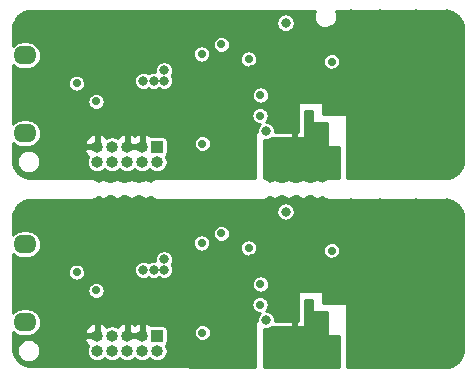
<source format=gbr>
G04 #@! TF.GenerationSoftware,KiCad,Pcbnew,(5.1.5)-3*
G04 #@! TF.CreationDate,2020-05-21T23:45:32+02:00*
G04 #@! TF.ProjectId,STRF_Panel,53545246-5f50-4616-9e65-6c2e6b696361,rev?*
G04 #@! TF.SameCoordinates,Original*
G04 #@! TF.FileFunction,Copper,L2,Inr*
G04 #@! TF.FilePolarity,Positive*
%FSLAX46Y46*%
G04 Gerber Fmt 4.6, Leading zero omitted, Abs format (unit mm)*
G04 Created by KiCad (PCBNEW (5.1.5)-3) date 2020-05-21 23:45:32*
%MOMM*%
%LPD*%
G04 APERTURE LIST*
%ADD10R,1.000000X1.000000*%
%ADD11O,1.000000X1.000000*%
%ADD12O,1.950000X1.600000*%
%ADD13C,0.800000*%
%ADD14C,0.700000*%
%ADD15C,0.500000*%
%ADD16C,0.254000*%
G04 APERTURE END LIST*
D10*
X33870000Y-54930000D03*
D11*
X33870000Y-56200000D03*
X32600000Y-54930000D03*
X32600000Y-56200000D03*
X31330000Y-54930000D03*
X31330000Y-56200000D03*
X30060000Y-54930000D03*
X30060000Y-56200000D03*
X28790000Y-54930000D03*
X28790000Y-56200000D03*
D12*
X22675000Y-47200000D03*
X22675000Y-53800000D03*
X22675000Y-37800000D03*
X22675000Y-31200000D03*
D11*
X28790000Y-40200000D03*
X28790000Y-38930000D03*
X30060000Y-40200000D03*
X30060000Y-38930000D03*
X31330000Y-40200000D03*
X31330000Y-38930000D03*
X32600000Y-40200000D03*
X32600000Y-38930000D03*
X33870000Y-40200000D03*
D10*
X33870000Y-38930000D03*
D13*
X54300000Y-32025000D03*
D14*
X36155000Y-37465000D03*
D13*
X48625000Y-29025000D03*
X46300000Y-28425000D03*
X25030000Y-40910000D03*
X43620000Y-29920000D03*
X41415000Y-28905000D03*
X41415000Y-27980000D03*
X34350000Y-31425000D03*
X28000000Y-33350000D03*
X27075000Y-36200000D03*
X28100000Y-37200000D03*
X53250000Y-36900000D03*
X53250000Y-35900000D03*
X58200000Y-30400000D03*
X58200000Y-38600000D03*
X48850000Y-41350000D03*
X43600000Y-38600000D03*
X30600000Y-32975000D03*
X30600000Y-31475000D03*
D14*
X48900000Y-32600000D03*
D13*
X38665000Y-34455000D03*
X38640000Y-33455000D03*
X38640000Y-35455000D03*
X50250000Y-27700000D03*
X50250000Y-30200000D03*
X50250000Y-32500000D03*
X50250000Y-41300000D03*
X50250000Y-39075000D03*
X59500000Y-30000000D03*
X52750000Y-27700000D03*
X55750000Y-27700000D03*
X58400000Y-27700000D03*
X59500000Y-39000000D03*
X50250000Y-36900000D03*
D14*
X30350000Y-35100000D03*
D13*
X27075000Y-37200000D03*
X29100000Y-37200000D03*
D14*
X41940000Y-32355000D03*
D13*
X31900000Y-29600000D03*
X42440000Y-27980000D03*
X42440000Y-28905000D03*
X45550000Y-37450000D03*
X52750000Y-41300000D03*
X55750000Y-41300000D03*
X58400000Y-41300000D03*
X47575000Y-29025000D03*
D14*
X45250000Y-33500000D03*
X46500000Y-33500000D03*
X45250000Y-34750000D03*
X46500000Y-34750000D03*
D13*
X57250000Y-30400000D03*
X56250000Y-30400000D03*
X57250000Y-38600000D03*
X56250000Y-38600000D03*
X38640000Y-51455000D03*
X50250000Y-43700000D03*
X50250000Y-46200000D03*
X53250000Y-52900000D03*
X58200000Y-46400000D03*
X48625000Y-45025000D03*
X25030000Y-56910000D03*
X28000000Y-49350000D03*
X54300000Y-48025000D03*
X41415000Y-43980000D03*
X43620000Y-45920000D03*
X27075000Y-52200000D03*
X28100000Y-53200000D03*
X46300000Y-44425000D03*
D14*
X36155000Y-53465000D03*
D13*
X41415000Y-44905000D03*
X53250000Y-51900000D03*
X58200000Y-54600000D03*
X30600000Y-48975000D03*
X30600000Y-47475000D03*
X34350000Y-47425000D03*
D14*
X48900000Y-48600000D03*
D13*
X43600000Y-54600000D03*
X48850000Y-57350000D03*
X38665000Y-50455000D03*
X38640000Y-49455000D03*
D14*
X30350000Y-51100000D03*
D13*
X29100000Y-53200000D03*
X52750000Y-57300000D03*
X42440000Y-44905000D03*
D14*
X46500000Y-49500000D03*
D13*
X56250000Y-54600000D03*
X50250000Y-52900000D03*
X58400000Y-57300000D03*
X27075000Y-53200000D03*
D14*
X41940000Y-48355000D03*
D13*
X57250000Y-54600000D03*
X50250000Y-57300000D03*
X59500000Y-55000000D03*
X55750000Y-43700000D03*
D14*
X45250000Y-49500000D03*
D13*
X50250000Y-48500000D03*
X57250000Y-46400000D03*
X55750000Y-57300000D03*
X56250000Y-46400000D03*
X58400000Y-43700000D03*
X31900000Y-45600000D03*
X45550000Y-53450000D03*
X47575000Y-45025000D03*
X52750000Y-43700000D03*
D14*
X45250000Y-50750000D03*
D13*
X42440000Y-43980000D03*
D14*
X46500000Y-50750000D03*
D13*
X50250000Y-55075000D03*
X59500000Y-46000000D03*
D14*
X37690000Y-38680000D03*
X37640000Y-31080000D03*
X48650000Y-31725000D03*
D13*
X32700000Y-33350000D03*
X44750000Y-28425000D03*
X43070000Y-37620000D03*
X33575000Y-33350000D03*
X34450000Y-33350000D03*
X34450000Y-32475000D03*
D14*
X41615000Y-31505000D03*
D13*
X32700000Y-49350000D03*
X34450000Y-49350000D03*
D14*
X41615000Y-47505000D03*
D13*
X44750000Y-44425000D03*
D14*
X37690000Y-54680000D03*
D13*
X33575000Y-49350000D03*
X43070000Y-53620000D03*
D14*
X48650000Y-47725000D03*
X37640000Y-47080000D03*
D13*
X34450000Y-48475000D03*
D14*
X39306275Y-30262975D03*
X39306275Y-46262975D03*
X28700000Y-35100000D03*
X27050000Y-33550000D03*
X27050000Y-49550000D03*
X28700000Y-51100000D03*
X42580000Y-36290000D03*
X42599910Y-34555019D03*
X42580000Y-52290000D03*
X42599910Y-50555019D03*
D15*
X45550000Y-37450000D02*
X45550000Y-38700000D01*
X45550000Y-53450000D02*
X45550000Y-54700000D01*
D16*
G36*
X46948000Y-36825000D02*
G01*
X46950440Y-36849776D01*
X46957667Y-36873601D01*
X46969403Y-36895557D01*
X46985197Y-36914803D01*
X47004443Y-36930597D01*
X47026399Y-36942333D01*
X47050224Y-36949560D01*
X47075000Y-36952000D01*
X48273000Y-36952000D01*
X48273000Y-38800000D01*
X48275440Y-38824776D01*
X48282667Y-38848601D01*
X48294403Y-38870557D01*
X48310197Y-38889803D01*
X48329443Y-38905597D01*
X48351399Y-38917333D01*
X48375224Y-38924560D01*
X48400000Y-38927000D01*
X49273000Y-38927000D01*
X49273000Y-41594000D01*
X48280059Y-41594000D01*
X48262961Y-41595684D01*
X48261809Y-41595676D01*
X48256167Y-41596229D01*
X48237372Y-41598204D01*
X48220410Y-41599875D01*
X48219845Y-41600046D01*
X48217347Y-41600309D01*
X48181260Y-41607716D01*
X48145157Y-41614603D01*
X48139731Y-41616240D01*
X48139725Y-41616242D01*
X48102442Y-41627783D01*
X48068490Y-41642055D01*
X48034403Y-41655827D01*
X48029401Y-41658486D01*
X48029396Y-41658488D01*
X48029392Y-41658491D01*
X47995061Y-41677053D01*
X47964555Y-41697629D01*
X47933755Y-41717785D01*
X47929373Y-41721359D01*
X47929370Y-41721361D01*
X47929368Y-41721364D01*
X47929362Y-41721368D01*
X47899287Y-41746249D01*
X47873332Y-41772386D01*
X47847070Y-41798105D01*
X47843456Y-41802472D01*
X47840712Y-41805836D01*
X47789374Y-41771533D01*
X47639775Y-41709567D01*
X47480962Y-41677977D01*
X47319038Y-41677977D01*
X47160225Y-41709567D01*
X47010626Y-41771533D01*
X46887263Y-41853961D01*
X46710735Y-41852624D01*
X46589374Y-41771533D01*
X46439775Y-41709567D01*
X46280962Y-41677977D01*
X46119038Y-41677977D01*
X45960225Y-41709567D01*
X45810626Y-41771533D01*
X45700716Y-41844972D01*
X45496974Y-41843429D01*
X45389374Y-41771533D01*
X45239775Y-41709567D01*
X45080962Y-41677977D01*
X44919038Y-41677977D01*
X44760225Y-41709567D01*
X44610626Y-41771533D01*
X44514169Y-41835983D01*
X44283212Y-41834233D01*
X44189374Y-41771533D01*
X44039775Y-41709567D01*
X43880962Y-41677977D01*
X43719038Y-41677977D01*
X43560225Y-41709567D01*
X43410626Y-41771533D01*
X43359211Y-41805887D01*
X43353751Y-41799287D01*
X43327592Y-41773310D01*
X43301895Y-41747070D01*
X43297528Y-41743456D01*
X43267279Y-41718786D01*
X43236590Y-41698397D01*
X43206271Y-41677637D01*
X43201285Y-41674940D01*
X43201283Y-41674939D01*
X43201280Y-41674937D01*
X43201277Y-41674936D01*
X43166821Y-41656615D01*
X43132772Y-41642581D01*
X43098979Y-41628097D01*
X43093563Y-41626420D01*
X43056196Y-41615138D01*
X43020066Y-41607984D01*
X42984104Y-41600340D01*
X42978470Y-41599747D01*
X42978466Y-41599747D01*
X42939619Y-41595938D01*
X42939618Y-41595938D01*
X42927000Y-41594695D01*
X42927000Y-38387856D01*
X42993078Y-38401000D01*
X43146922Y-38401000D01*
X43297809Y-38370987D01*
X43439942Y-38312113D01*
X43567859Y-38226642D01*
X43617501Y-38177000D01*
X46225000Y-38177000D01*
X46249776Y-38174560D01*
X46273601Y-38167333D01*
X46295557Y-38155597D01*
X46314803Y-38139803D01*
X46330597Y-38120557D01*
X46342333Y-38098601D01*
X46349560Y-38074776D01*
X46352000Y-38050000D01*
X46352000Y-35877000D01*
X46948000Y-35877000D01*
X46948000Y-36825000D01*
G37*
X46948000Y-36825000D02*
X46950440Y-36849776D01*
X46957667Y-36873601D01*
X46969403Y-36895557D01*
X46985197Y-36914803D01*
X47004443Y-36930597D01*
X47026399Y-36942333D01*
X47050224Y-36949560D01*
X47075000Y-36952000D01*
X48273000Y-36952000D01*
X48273000Y-38800000D01*
X48275440Y-38824776D01*
X48282667Y-38848601D01*
X48294403Y-38870557D01*
X48310197Y-38889803D01*
X48329443Y-38905597D01*
X48351399Y-38917333D01*
X48375224Y-38924560D01*
X48400000Y-38927000D01*
X49273000Y-38927000D01*
X49273000Y-41594000D01*
X48280059Y-41594000D01*
X48262961Y-41595684D01*
X48261809Y-41595676D01*
X48256167Y-41596229D01*
X48237372Y-41598204D01*
X48220410Y-41599875D01*
X48219845Y-41600046D01*
X48217347Y-41600309D01*
X48181260Y-41607716D01*
X48145157Y-41614603D01*
X48139731Y-41616240D01*
X48139725Y-41616242D01*
X48102442Y-41627783D01*
X48068490Y-41642055D01*
X48034403Y-41655827D01*
X48029401Y-41658486D01*
X48029396Y-41658488D01*
X48029392Y-41658491D01*
X47995061Y-41677053D01*
X47964555Y-41697629D01*
X47933755Y-41717785D01*
X47929373Y-41721359D01*
X47929370Y-41721361D01*
X47929368Y-41721364D01*
X47929362Y-41721368D01*
X47899287Y-41746249D01*
X47873332Y-41772386D01*
X47847070Y-41798105D01*
X47843456Y-41802472D01*
X47840712Y-41805836D01*
X47789374Y-41771533D01*
X47639775Y-41709567D01*
X47480962Y-41677977D01*
X47319038Y-41677977D01*
X47160225Y-41709567D01*
X47010626Y-41771533D01*
X46887263Y-41853961D01*
X46710735Y-41852624D01*
X46589374Y-41771533D01*
X46439775Y-41709567D01*
X46280962Y-41677977D01*
X46119038Y-41677977D01*
X45960225Y-41709567D01*
X45810626Y-41771533D01*
X45700716Y-41844972D01*
X45496974Y-41843429D01*
X45389374Y-41771533D01*
X45239775Y-41709567D01*
X45080962Y-41677977D01*
X44919038Y-41677977D01*
X44760225Y-41709567D01*
X44610626Y-41771533D01*
X44514169Y-41835983D01*
X44283212Y-41834233D01*
X44189374Y-41771533D01*
X44039775Y-41709567D01*
X43880962Y-41677977D01*
X43719038Y-41677977D01*
X43560225Y-41709567D01*
X43410626Y-41771533D01*
X43359211Y-41805887D01*
X43353751Y-41799287D01*
X43327592Y-41773310D01*
X43301895Y-41747070D01*
X43297528Y-41743456D01*
X43267279Y-41718786D01*
X43236590Y-41698397D01*
X43206271Y-41677637D01*
X43201285Y-41674940D01*
X43201283Y-41674939D01*
X43201280Y-41674937D01*
X43201277Y-41674936D01*
X43166821Y-41656615D01*
X43132772Y-41642581D01*
X43098979Y-41628097D01*
X43093563Y-41626420D01*
X43056196Y-41615138D01*
X43020066Y-41607984D01*
X42984104Y-41600340D01*
X42978470Y-41599747D01*
X42978466Y-41599747D01*
X42939619Y-41595938D01*
X42939618Y-41595938D01*
X42927000Y-41594695D01*
X42927000Y-38387856D01*
X42993078Y-38401000D01*
X43146922Y-38401000D01*
X43297809Y-38370987D01*
X43439942Y-38312113D01*
X43567859Y-38226642D01*
X43617501Y-38177000D01*
X46225000Y-38177000D01*
X46249776Y-38174560D01*
X46273601Y-38167333D01*
X46295557Y-38155597D01*
X46314803Y-38139803D01*
X46330597Y-38120557D01*
X46342333Y-38098601D01*
X46349560Y-38074776D01*
X46352000Y-38050000D01*
X46352000Y-35877000D01*
X46948000Y-35877000D01*
X46948000Y-36825000D01*
G36*
X47240315Y-27427660D02*
G01*
X47165146Y-27609135D01*
X47126825Y-27801787D01*
X47126825Y-27998213D01*
X47165146Y-28190865D01*
X47240315Y-28372340D01*
X47349444Y-28535662D01*
X47488338Y-28674556D01*
X47651660Y-28783685D01*
X47833135Y-28858854D01*
X48025787Y-28897175D01*
X48222213Y-28897175D01*
X48414865Y-28858854D01*
X48596340Y-28783685D01*
X48759662Y-28674556D01*
X48898556Y-28535662D01*
X49007685Y-28372340D01*
X49082854Y-28190865D01*
X49121175Y-27998213D01*
X49121175Y-27801787D01*
X49082854Y-27609135D01*
X49007685Y-27427660D01*
X48993212Y-27406000D01*
X58180146Y-27406000D01*
X58509229Y-27438267D01*
X58806688Y-27528075D01*
X59081028Y-27673945D01*
X59321813Y-27870325D01*
X59519873Y-28109736D01*
X59667654Y-28383053D01*
X59759535Y-28679872D01*
X59794001Y-29007792D01*
X59794000Y-31619940D01*
X59794001Y-31619950D01*
X59794000Y-34480059D01*
X59794000Y-34480060D01*
X59794001Y-39980136D01*
X59761733Y-40309230D01*
X59671926Y-40606684D01*
X59526056Y-40881025D01*
X59329675Y-41121813D01*
X59090265Y-41319871D01*
X58816948Y-41467654D01*
X58520128Y-41559535D01*
X58192218Y-41594000D01*
X49927000Y-41594000D01*
X49927000Y-36250000D01*
X49924560Y-36225224D01*
X49917333Y-36201399D01*
X49905597Y-36179443D01*
X49889803Y-36160197D01*
X49870557Y-36144403D01*
X49848601Y-36132667D01*
X49824776Y-36125440D01*
X49800000Y-36123000D01*
X47877000Y-36123000D01*
X47877000Y-35250000D01*
X47874560Y-35225224D01*
X47867333Y-35201399D01*
X47855597Y-35179443D01*
X47839803Y-35160197D01*
X47820557Y-35144403D01*
X47798601Y-35132667D01*
X47774776Y-35125440D01*
X47750000Y-35123000D01*
X45900000Y-35123000D01*
X45875224Y-35125440D01*
X45851399Y-35132667D01*
X45829443Y-35144403D01*
X45810197Y-35160197D01*
X45794403Y-35179443D01*
X45782667Y-35201399D01*
X45775440Y-35225224D01*
X45773000Y-35250000D01*
X45773000Y-37673000D01*
X43851000Y-37673000D01*
X43851000Y-37543078D01*
X43820987Y-37392191D01*
X43762113Y-37250058D01*
X43676642Y-37122141D01*
X43567859Y-37013358D01*
X43439942Y-36927887D01*
X43297809Y-36869013D01*
X43146922Y-36839000D01*
X43064790Y-36839000D01*
X43147805Y-36755985D01*
X43227804Y-36636258D01*
X43282908Y-36503225D01*
X43311000Y-36361997D01*
X43311000Y-36218003D01*
X43282908Y-36076775D01*
X43227804Y-35943742D01*
X43147805Y-35824015D01*
X43045985Y-35722195D01*
X42926258Y-35642196D01*
X42793225Y-35587092D01*
X42651997Y-35559000D01*
X42508003Y-35559000D01*
X42366775Y-35587092D01*
X42233742Y-35642196D01*
X42114015Y-35722195D01*
X42012195Y-35824015D01*
X41932196Y-35943742D01*
X41877092Y-36076775D01*
X41849000Y-36218003D01*
X41849000Y-36361997D01*
X41877092Y-36503225D01*
X41932196Y-36636258D01*
X42012195Y-36755985D01*
X42114015Y-36857805D01*
X42233742Y-36937804D01*
X42366775Y-36992908D01*
X42508003Y-37021000D01*
X42564499Y-37021000D01*
X42463358Y-37122141D01*
X42377887Y-37250058D01*
X42319013Y-37392191D01*
X42289000Y-37543078D01*
X42289000Y-37678845D01*
X42276399Y-37682667D01*
X42254443Y-37694403D01*
X42235197Y-37710197D01*
X42219403Y-37729443D01*
X42207667Y-37751399D01*
X42200440Y-37775224D01*
X42198000Y-37800000D01*
X42198000Y-41594000D01*
X33780059Y-41594000D01*
X33762961Y-41595684D01*
X33761809Y-41595676D01*
X33756167Y-41596229D01*
X33737372Y-41598204D01*
X33720410Y-41599875D01*
X33719845Y-41600046D01*
X33717347Y-41600309D01*
X33681260Y-41607716D01*
X33645157Y-41614603D01*
X33639731Y-41616240D01*
X33639725Y-41616242D01*
X33602442Y-41627783D01*
X33568490Y-41642055D01*
X33534403Y-41655827D01*
X33529401Y-41658486D01*
X33529396Y-41658488D01*
X33529392Y-41658491D01*
X33495061Y-41677053D01*
X33464555Y-41697629D01*
X33433755Y-41717785D01*
X33429373Y-41721359D01*
X33429370Y-41721361D01*
X33429368Y-41721364D01*
X33429362Y-41721368D01*
X33399287Y-41746249D01*
X33373332Y-41772386D01*
X33347070Y-41798105D01*
X33343456Y-41802472D01*
X33340712Y-41805836D01*
X33289374Y-41771533D01*
X33139775Y-41709567D01*
X32980962Y-41677977D01*
X32819038Y-41677977D01*
X32660225Y-41709567D01*
X32510626Y-41771533D01*
X32376453Y-41861185D01*
X32223275Y-41861003D01*
X32089374Y-41771533D01*
X31939775Y-41709567D01*
X31780962Y-41677977D01*
X31619038Y-41677977D01*
X31460225Y-41709567D01*
X31310626Y-41771533D01*
X31178582Y-41859762D01*
X31021139Y-41859575D01*
X30889374Y-41771533D01*
X30739775Y-41709567D01*
X30580962Y-41677977D01*
X30419038Y-41677977D01*
X30260225Y-41709567D01*
X30110626Y-41771533D01*
X29980711Y-41858339D01*
X29819002Y-41858147D01*
X29689374Y-41771533D01*
X29539775Y-41709567D01*
X29380962Y-41677977D01*
X29219038Y-41677977D01*
X29060225Y-41709567D01*
X28910626Y-41771533D01*
X28859211Y-41805887D01*
X28853751Y-41799287D01*
X28827592Y-41773310D01*
X28801895Y-41747070D01*
X28797528Y-41743456D01*
X28767279Y-41718786D01*
X28736590Y-41698397D01*
X28706271Y-41677637D01*
X28701285Y-41674940D01*
X28701283Y-41674939D01*
X28701280Y-41674937D01*
X28701277Y-41674936D01*
X28666821Y-41656615D01*
X28632772Y-41642581D01*
X28598979Y-41628097D01*
X28593563Y-41626420D01*
X28556196Y-41615138D01*
X28520066Y-41607984D01*
X28484104Y-41600340D01*
X28478470Y-41599747D01*
X28478466Y-41599747D01*
X28439619Y-41595938D01*
X28439618Y-41595938D01*
X28419941Y-41594000D01*
X23269854Y-41594000D01*
X22940770Y-41561733D01*
X22643316Y-41471926D01*
X22368975Y-41326056D01*
X22128187Y-41129675D01*
X21930129Y-40890265D01*
X21782346Y-40616948D01*
X21690465Y-40320128D01*
X21664994Y-40077787D01*
X22002825Y-40077787D01*
X22002825Y-40274213D01*
X22041146Y-40466865D01*
X22116315Y-40648340D01*
X22225444Y-40811662D01*
X22364338Y-40950556D01*
X22527660Y-41059685D01*
X22709135Y-41134854D01*
X22901787Y-41173175D01*
X23098213Y-41173175D01*
X23290865Y-41134854D01*
X23472340Y-41059685D01*
X23635662Y-40950556D01*
X23774556Y-40811662D01*
X23883685Y-40648340D01*
X23958854Y-40466865D01*
X23997175Y-40274213D01*
X23997175Y-40077787D01*
X23958854Y-39885135D01*
X23883685Y-39703660D01*
X23774556Y-39540338D01*
X23635662Y-39401444D01*
X23472340Y-39292315D01*
X23326427Y-39231876D01*
X27695874Y-39231876D01*
X27775790Y-39439529D01*
X27894682Y-39627601D01*
X28022824Y-39762402D01*
X28009268Y-39782690D01*
X27942856Y-39943022D01*
X27909000Y-40113229D01*
X27909000Y-40286771D01*
X27942856Y-40456978D01*
X28009268Y-40617310D01*
X28105682Y-40761605D01*
X28228395Y-40884318D01*
X28372690Y-40980732D01*
X28533022Y-41047144D01*
X28703229Y-41081000D01*
X28876771Y-41081000D01*
X29046978Y-41047144D01*
X29207310Y-40980732D01*
X29351605Y-40884318D01*
X29425000Y-40810923D01*
X29498395Y-40884318D01*
X29642690Y-40980732D01*
X29803022Y-41047144D01*
X29973229Y-41081000D01*
X30146771Y-41081000D01*
X30316978Y-41047144D01*
X30477310Y-40980732D01*
X30621605Y-40884318D01*
X30695000Y-40810923D01*
X30768395Y-40884318D01*
X30912690Y-40980732D01*
X31073022Y-41047144D01*
X31243229Y-41081000D01*
X31416771Y-41081000D01*
X31586978Y-41047144D01*
X31747310Y-40980732D01*
X31891605Y-40884318D01*
X31965000Y-40810923D01*
X32038395Y-40884318D01*
X32182690Y-40980732D01*
X32343022Y-41047144D01*
X32513229Y-41081000D01*
X32686771Y-41081000D01*
X32856978Y-41047144D01*
X33017310Y-40980732D01*
X33161605Y-40884318D01*
X33235000Y-40810923D01*
X33308395Y-40884318D01*
X33452690Y-40980732D01*
X33613022Y-41047144D01*
X33783229Y-41081000D01*
X33956771Y-41081000D01*
X34126978Y-41047144D01*
X34287310Y-40980732D01*
X34431605Y-40884318D01*
X34554318Y-40761605D01*
X34650732Y-40617310D01*
X34717144Y-40456978D01*
X34751000Y-40286771D01*
X34751000Y-40113229D01*
X34717144Y-39943022D01*
X34650732Y-39782690D01*
X34611806Y-39724432D01*
X34640711Y-39700711D01*
X34688322Y-39642696D01*
X34723701Y-39576508D01*
X34745487Y-39504689D01*
X34752843Y-39430000D01*
X34752843Y-38608003D01*
X36959000Y-38608003D01*
X36959000Y-38751997D01*
X36987092Y-38893225D01*
X37042196Y-39026258D01*
X37122195Y-39145985D01*
X37224015Y-39247805D01*
X37343742Y-39327804D01*
X37476775Y-39382908D01*
X37618003Y-39411000D01*
X37761997Y-39411000D01*
X37903225Y-39382908D01*
X38036258Y-39327804D01*
X38155985Y-39247805D01*
X38257805Y-39145985D01*
X38337804Y-39026258D01*
X38392908Y-38893225D01*
X38421000Y-38751997D01*
X38421000Y-38608003D01*
X38392908Y-38466775D01*
X38337804Y-38333742D01*
X38257805Y-38214015D01*
X38155985Y-38112195D01*
X38036258Y-38032196D01*
X37903225Y-37977092D01*
X37761997Y-37949000D01*
X37618003Y-37949000D01*
X37476775Y-37977092D01*
X37343742Y-38032196D01*
X37224015Y-38112195D01*
X37122195Y-38214015D01*
X37042196Y-38333742D01*
X36987092Y-38466775D01*
X36959000Y-38608003D01*
X34752843Y-38608003D01*
X34752843Y-38430000D01*
X34745487Y-38355311D01*
X34723701Y-38283492D01*
X34688322Y-38217304D01*
X34640711Y-38159289D01*
X34582696Y-38111678D01*
X34516508Y-38076299D01*
X34444689Y-38054513D01*
X34370000Y-38047157D01*
X33370000Y-38047157D01*
X33315622Y-38052513D01*
X33160206Y-37942877D01*
X32956864Y-37852554D01*
X32901874Y-37835881D01*
X32727000Y-37962046D01*
X32727000Y-38803000D01*
X32747000Y-38803000D01*
X32747000Y-39057000D01*
X32727000Y-39057000D01*
X32727000Y-39077000D01*
X32473000Y-39077000D01*
X32473000Y-39057000D01*
X31457000Y-39057000D01*
X31457000Y-39077000D01*
X31203000Y-39077000D01*
X31203000Y-39057000D01*
X31183000Y-39057000D01*
X31183000Y-38803000D01*
X31203000Y-38803000D01*
X31203000Y-37962046D01*
X31457000Y-37962046D01*
X31457000Y-38803000D01*
X32473000Y-38803000D01*
X32473000Y-37962046D01*
X32298126Y-37835881D01*
X32243136Y-37852554D01*
X32039794Y-37942877D01*
X31965000Y-37995639D01*
X31890206Y-37942877D01*
X31686864Y-37852554D01*
X31631874Y-37835881D01*
X31457000Y-37962046D01*
X31203000Y-37962046D01*
X31028126Y-37835881D01*
X30973136Y-37852554D01*
X30769794Y-37942877D01*
X30587980Y-38071135D01*
X30499569Y-38164141D01*
X30477310Y-38149268D01*
X30316978Y-38082856D01*
X30146771Y-38049000D01*
X29973229Y-38049000D01*
X29803022Y-38082856D01*
X29642690Y-38149268D01*
X29620431Y-38164141D01*
X29532020Y-38071135D01*
X29350206Y-37942877D01*
X29146864Y-37852554D01*
X29091874Y-37835881D01*
X28917000Y-37962046D01*
X28917000Y-38803000D01*
X28937000Y-38803000D01*
X28937000Y-39057000D01*
X28917000Y-39057000D01*
X28917000Y-39077000D01*
X28663000Y-39077000D01*
X28663000Y-39057000D01*
X27820871Y-39057000D01*
X27695874Y-39231876D01*
X23326427Y-39231876D01*
X23290865Y-39217146D01*
X23098213Y-39178825D01*
X22901787Y-39178825D01*
X22709135Y-39217146D01*
X22527660Y-39292315D01*
X22364338Y-39401444D01*
X22225444Y-39540338D01*
X22116315Y-39703660D01*
X22041146Y-39885135D01*
X22002825Y-40077787D01*
X21664994Y-40077787D01*
X21656000Y-39992218D01*
X21656000Y-38633205D01*
X21660866Y-38639134D01*
X21840697Y-38786717D01*
X22045864Y-38896381D01*
X22268484Y-38963912D01*
X22441984Y-38981000D01*
X22908016Y-38981000D01*
X23081516Y-38963912D01*
X23304136Y-38896381D01*
X23509303Y-38786717D01*
X23689134Y-38639134D01*
X23698169Y-38628124D01*
X27695874Y-38628124D01*
X27820871Y-38803000D01*
X28663000Y-38803000D01*
X28663000Y-37962046D01*
X28488126Y-37835881D01*
X28433136Y-37852554D01*
X28229794Y-37942877D01*
X28047980Y-38071135D01*
X27894682Y-38232399D01*
X27775790Y-38420471D01*
X27695874Y-38628124D01*
X23698169Y-38628124D01*
X23836717Y-38459303D01*
X23946381Y-38254136D01*
X24013912Y-38031516D01*
X24036714Y-37800000D01*
X24013912Y-37568484D01*
X23946381Y-37345864D01*
X23836717Y-37140697D01*
X23689134Y-36960866D01*
X23509303Y-36813283D01*
X23304136Y-36703619D01*
X23081516Y-36636088D01*
X22908016Y-36619000D01*
X22441984Y-36619000D01*
X22268484Y-36636088D01*
X22045864Y-36703619D01*
X21840697Y-36813283D01*
X21660866Y-36960866D01*
X21656000Y-36966795D01*
X21656000Y-35028003D01*
X27969000Y-35028003D01*
X27969000Y-35171997D01*
X27997092Y-35313225D01*
X28052196Y-35446258D01*
X28132195Y-35565985D01*
X28234015Y-35667805D01*
X28353742Y-35747804D01*
X28486775Y-35802908D01*
X28628003Y-35831000D01*
X28771997Y-35831000D01*
X28913225Y-35802908D01*
X29046258Y-35747804D01*
X29165985Y-35667805D01*
X29267805Y-35565985D01*
X29347804Y-35446258D01*
X29402908Y-35313225D01*
X29431000Y-35171997D01*
X29431000Y-35028003D01*
X29402908Y-34886775D01*
X29347804Y-34753742D01*
X29267805Y-34634015D01*
X29165985Y-34532195D01*
X29092393Y-34483022D01*
X41868910Y-34483022D01*
X41868910Y-34627016D01*
X41897002Y-34768244D01*
X41952106Y-34901277D01*
X42032105Y-35021004D01*
X42133925Y-35122824D01*
X42253652Y-35202823D01*
X42386685Y-35257927D01*
X42527913Y-35286019D01*
X42671907Y-35286019D01*
X42813135Y-35257927D01*
X42946168Y-35202823D01*
X43065895Y-35122824D01*
X43167715Y-35021004D01*
X43247714Y-34901277D01*
X43302818Y-34768244D01*
X43330910Y-34627016D01*
X43330910Y-34483022D01*
X43302818Y-34341794D01*
X43247714Y-34208761D01*
X43167715Y-34089034D01*
X43065895Y-33987214D01*
X42946168Y-33907215D01*
X42813135Y-33852111D01*
X42671907Y-33824019D01*
X42527913Y-33824019D01*
X42386685Y-33852111D01*
X42253652Y-33907215D01*
X42133925Y-33987214D01*
X42032105Y-34089034D01*
X41952106Y-34208761D01*
X41897002Y-34341794D01*
X41868910Y-34483022D01*
X29092393Y-34483022D01*
X29046258Y-34452196D01*
X28913225Y-34397092D01*
X28771997Y-34369000D01*
X28628003Y-34369000D01*
X28486775Y-34397092D01*
X28353742Y-34452196D01*
X28234015Y-34532195D01*
X28132195Y-34634015D01*
X28052196Y-34753742D01*
X27997092Y-34886775D01*
X27969000Y-35028003D01*
X21656000Y-35028003D01*
X21656000Y-33478003D01*
X26319000Y-33478003D01*
X26319000Y-33621997D01*
X26347092Y-33763225D01*
X26402196Y-33896258D01*
X26482195Y-34015985D01*
X26584015Y-34117805D01*
X26703742Y-34197804D01*
X26836775Y-34252908D01*
X26978003Y-34281000D01*
X27121997Y-34281000D01*
X27263225Y-34252908D01*
X27396258Y-34197804D01*
X27515985Y-34117805D01*
X27617805Y-34015985D01*
X27697804Y-33896258D01*
X27752908Y-33763225D01*
X27781000Y-33621997D01*
X27781000Y-33478003D01*
X27752908Y-33336775D01*
X27726524Y-33273078D01*
X31919000Y-33273078D01*
X31919000Y-33426922D01*
X31949013Y-33577809D01*
X32007887Y-33719942D01*
X32093358Y-33847859D01*
X32202141Y-33956642D01*
X32330058Y-34042113D01*
X32472191Y-34100987D01*
X32623078Y-34131000D01*
X32776922Y-34131000D01*
X32927809Y-34100987D01*
X33069942Y-34042113D01*
X33137500Y-33996972D01*
X33205058Y-34042113D01*
X33347191Y-34100987D01*
X33498078Y-34131000D01*
X33651922Y-34131000D01*
X33802809Y-34100987D01*
X33944942Y-34042113D01*
X34012500Y-33996972D01*
X34080058Y-34042113D01*
X34222191Y-34100987D01*
X34373078Y-34131000D01*
X34526922Y-34131000D01*
X34677809Y-34100987D01*
X34819942Y-34042113D01*
X34947859Y-33956642D01*
X35056642Y-33847859D01*
X35142113Y-33719942D01*
X35200987Y-33577809D01*
X35231000Y-33426922D01*
X35231000Y-33273078D01*
X35200987Y-33122191D01*
X35142113Y-32980058D01*
X35096972Y-32912500D01*
X35142113Y-32844942D01*
X35200987Y-32702809D01*
X35231000Y-32551922D01*
X35231000Y-32398078D01*
X35200987Y-32247191D01*
X35142113Y-32105058D01*
X35056642Y-31977141D01*
X34947859Y-31868358D01*
X34819942Y-31782887D01*
X34677809Y-31724013D01*
X34526922Y-31694000D01*
X34373078Y-31694000D01*
X34222191Y-31724013D01*
X34080058Y-31782887D01*
X33952141Y-31868358D01*
X33843358Y-31977141D01*
X33757887Y-32105058D01*
X33699013Y-32247191D01*
X33669000Y-32398078D01*
X33669000Y-32551922D01*
X33673240Y-32573240D01*
X33651922Y-32569000D01*
X33498078Y-32569000D01*
X33347191Y-32599013D01*
X33205058Y-32657887D01*
X33137500Y-32703028D01*
X33069942Y-32657887D01*
X32927809Y-32599013D01*
X32776922Y-32569000D01*
X32623078Y-32569000D01*
X32472191Y-32599013D01*
X32330058Y-32657887D01*
X32202141Y-32743358D01*
X32093358Y-32852141D01*
X32007887Y-32980058D01*
X31949013Y-33122191D01*
X31919000Y-33273078D01*
X27726524Y-33273078D01*
X27697804Y-33203742D01*
X27617805Y-33084015D01*
X27515985Y-32982195D01*
X27396258Y-32902196D01*
X27263225Y-32847092D01*
X27121997Y-32819000D01*
X26978003Y-32819000D01*
X26836775Y-32847092D01*
X26703742Y-32902196D01*
X26584015Y-32982195D01*
X26482195Y-33084015D01*
X26402196Y-33203742D01*
X26347092Y-33336775D01*
X26319000Y-33478003D01*
X21656000Y-33478003D01*
X21656000Y-32033205D01*
X21660866Y-32039134D01*
X21840697Y-32186717D01*
X22045864Y-32296381D01*
X22268484Y-32363912D01*
X22441984Y-32381000D01*
X22908016Y-32381000D01*
X23081516Y-32363912D01*
X23304136Y-32296381D01*
X23509303Y-32186717D01*
X23689134Y-32039134D01*
X23836717Y-31859303D01*
X23946381Y-31654136D01*
X24013912Y-31431516D01*
X24036714Y-31200000D01*
X24017805Y-31008003D01*
X36909000Y-31008003D01*
X36909000Y-31151997D01*
X36937092Y-31293225D01*
X36992196Y-31426258D01*
X37072195Y-31545985D01*
X37174015Y-31647805D01*
X37293742Y-31727804D01*
X37426775Y-31782908D01*
X37568003Y-31811000D01*
X37711997Y-31811000D01*
X37853225Y-31782908D01*
X37986258Y-31727804D01*
X38105985Y-31647805D01*
X38207805Y-31545985D01*
X38283297Y-31433003D01*
X40884000Y-31433003D01*
X40884000Y-31576997D01*
X40912092Y-31718225D01*
X40967196Y-31851258D01*
X41047195Y-31970985D01*
X41149015Y-32072805D01*
X41268742Y-32152804D01*
X41401775Y-32207908D01*
X41543003Y-32236000D01*
X41686997Y-32236000D01*
X41828225Y-32207908D01*
X41961258Y-32152804D01*
X42080985Y-32072805D01*
X42182805Y-31970985D01*
X42262804Y-31851258D01*
X42317908Y-31718225D01*
X42330881Y-31653003D01*
X47919000Y-31653003D01*
X47919000Y-31796997D01*
X47947092Y-31938225D01*
X48002196Y-32071258D01*
X48082195Y-32190985D01*
X48184015Y-32292805D01*
X48303742Y-32372804D01*
X48436775Y-32427908D01*
X48578003Y-32456000D01*
X48721997Y-32456000D01*
X48863225Y-32427908D01*
X48996258Y-32372804D01*
X49115985Y-32292805D01*
X49217805Y-32190985D01*
X49297804Y-32071258D01*
X49352908Y-31938225D01*
X49381000Y-31796997D01*
X49381000Y-31653003D01*
X49352908Y-31511775D01*
X49297804Y-31378742D01*
X49217805Y-31259015D01*
X49115985Y-31157195D01*
X48996258Y-31077196D01*
X48863225Y-31022092D01*
X48721997Y-30994000D01*
X48578003Y-30994000D01*
X48436775Y-31022092D01*
X48303742Y-31077196D01*
X48184015Y-31157195D01*
X48082195Y-31259015D01*
X48002196Y-31378742D01*
X47947092Y-31511775D01*
X47919000Y-31653003D01*
X42330881Y-31653003D01*
X42346000Y-31576997D01*
X42346000Y-31433003D01*
X42317908Y-31291775D01*
X42262804Y-31158742D01*
X42182805Y-31039015D01*
X42080985Y-30937195D01*
X41961258Y-30857196D01*
X41828225Y-30802092D01*
X41686997Y-30774000D01*
X41543003Y-30774000D01*
X41401775Y-30802092D01*
X41268742Y-30857196D01*
X41149015Y-30937195D01*
X41047195Y-31039015D01*
X40967196Y-31158742D01*
X40912092Y-31291775D01*
X40884000Y-31433003D01*
X38283297Y-31433003D01*
X38287804Y-31426258D01*
X38342908Y-31293225D01*
X38371000Y-31151997D01*
X38371000Y-31008003D01*
X38342908Y-30866775D01*
X38287804Y-30733742D01*
X38207805Y-30614015D01*
X38105985Y-30512195D01*
X37986258Y-30432196D01*
X37853225Y-30377092D01*
X37711997Y-30349000D01*
X37568003Y-30349000D01*
X37426775Y-30377092D01*
X37293742Y-30432196D01*
X37174015Y-30512195D01*
X37072195Y-30614015D01*
X36992196Y-30733742D01*
X36937092Y-30866775D01*
X36909000Y-31008003D01*
X24017805Y-31008003D01*
X24013912Y-30968484D01*
X23946381Y-30745864D01*
X23836717Y-30540697D01*
X23689134Y-30360866D01*
X23509303Y-30213283D01*
X23467574Y-30190978D01*
X38575275Y-30190978D01*
X38575275Y-30334972D01*
X38603367Y-30476200D01*
X38658471Y-30609233D01*
X38738470Y-30728960D01*
X38840290Y-30830780D01*
X38960017Y-30910779D01*
X39093050Y-30965883D01*
X39234278Y-30993975D01*
X39378272Y-30993975D01*
X39519500Y-30965883D01*
X39652533Y-30910779D01*
X39772260Y-30830780D01*
X39874080Y-30728960D01*
X39954079Y-30609233D01*
X40009183Y-30476200D01*
X40037275Y-30334972D01*
X40037275Y-30190978D01*
X40009183Y-30049750D01*
X39954079Y-29916717D01*
X39874080Y-29796990D01*
X39772260Y-29695170D01*
X39652533Y-29615171D01*
X39519500Y-29560067D01*
X39378272Y-29531975D01*
X39234278Y-29531975D01*
X39093050Y-29560067D01*
X38960017Y-29615171D01*
X38840290Y-29695170D01*
X38738470Y-29796990D01*
X38658471Y-29916717D01*
X38603367Y-30049750D01*
X38575275Y-30190978D01*
X23467574Y-30190978D01*
X23304136Y-30103619D01*
X23081516Y-30036088D01*
X22908016Y-30019000D01*
X22441984Y-30019000D01*
X22268484Y-30036088D01*
X22045864Y-30103619D01*
X21840697Y-30213283D01*
X21660866Y-30360866D01*
X21656000Y-30366795D01*
X21656000Y-29019854D01*
X21688267Y-28690771D01*
X21778075Y-28393312D01*
X21802126Y-28348078D01*
X43969000Y-28348078D01*
X43969000Y-28501922D01*
X43999013Y-28652809D01*
X44057887Y-28794942D01*
X44143358Y-28922859D01*
X44252141Y-29031642D01*
X44380058Y-29117113D01*
X44522191Y-29175987D01*
X44673078Y-29206000D01*
X44826922Y-29206000D01*
X44977809Y-29175987D01*
X45119942Y-29117113D01*
X45247859Y-29031642D01*
X45356642Y-28922859D01*
X45442113Y-28794942D01*
X45500987Y-28652809D01*
X45531000Y-28501922D01*
X45531000Y-28348078D01*
X45500987Y-28197191D01*
X45442113Y-28055058D01*
X45356642Y-27927141D01*
X45247859Y-27818358D01*
X45119942Y-27732887D01*
X44977809Y-27674013D01*
X44826922Y-27644000D01*
X44673078Y-27644000D01*
X44522191Y-27674013D01*
X44380058Y-27732887D01*
X44252141Y-27818358D01*
X44143358Y-27927141D01*
X44057887Y-28055058D01*
X43999013Y-28197191D01*
X43969000Y-28348078D01*
X21802126Y-28348078D01*
X21923945Y-28118972D01*
X22120325Y-27878187D01*
X22359736Y-27680127D01*
X22633053Y-27532346D01*
X22929872Y-27440465D01*
X23257782Y-27406000D01*
X47254788Y-27406000D01*
X47240315Y-27427660D01*
G37*
X47240315Y-27427660D02*
X47165146Y-27609135D01*
X47126825Y-27801787D01*
X47126825Y-27998213D01*
X47165146Y-28190865D01*
X47240315Y-28372340D01*
X47349444Y-28535662D01*
X47488338Y-28674556D01*
X47651660Y-28783685D01*
X47833135Y-28858854D01*
X48025787Y-28897175D01*
X48222213Y-28897175D01*
X48414865Y-28858854D01*
X48596340Y-28783685D01*
X48759662Y-28674556D01*
X48898556Y-28535662D01*
X49007685Y-28372340D01*
X49082854Y-28190865D01*
X49121175Y-27998213D01*
X49121175Y-27801787D01*
X49082854Y-27609135D01*
X49007685Y-27427660D01*
X48993212Y-27406000D01*
X58180146Y-27406000D01*
X58509229Y-27438267D01*
X58806688Y-27528075D01*
X59081028Y-27673945D01*
X59321813Y-27870325D01*
X59519873Y-28109736D01*
X59667654Y-28383053D01*
X59759535Y-28679872D01*
X59794001Y-29007792D01*
X59794000Y-31619940D01*
X59794001Y-31619950D01*
X59794000Y-34480059D01*
X59794000Y-34480060D01*
X59794001Y-39980136D01*
X59761733Y-40309230D01*
X59671926Y-40606684D01*
X59526056Y-40881025D01*
X59329675Y-41121813D01*
X59090265Y-41319871D01*
X58816948Y-41467654D01*
X58520128Y-41559535D01*
X58192218Y-41594000D01*
X49927000Y-41594000D01*
X49927000Y-36250000D01*
X49924560Y-36225224D01*
X49917333Y-36201399D01*
X49905597Y-36179443D01*
X49889803Y-36160197D01*
X49870557Y-36144403D01*
X49848601Y-36132667D01*
X49824776Y-36125440D01*
X49800000Y-36123000D01*
X47877000Y-36123000D01*
X47877000Y-35250000D01*
X47874560Y-35225224D01*
X47867333Y-35201399D01*
X47855597Y-35179443D01*
X47839803Y-35160197D01*
X47820557Y-35144403D01*
X47798601Y-35132667D01*
X47774776Y-35125440D01*
X47750000Y-35123000D01*
X45900000Y-35123000D01*
X45875224Y-35125440D01*
X45851399Y-35132667D01*
X45829443Y-35144403D01*
X45810197Y-35160197D01*
X45794403Y-35179443D01*
X45782667Y-35201399D01*
X45775440Y-35225224D01*
X45773000Y-35250000D01*
X45773000Y-37673000D01*
X43851000Y-37673000D01*
X43851000Y-37543078D01*
X43820987Y-37392191D01*
X43762113Y-37250058D01*
X43676642Y-37122141D01*
X43567859Y-37013358D01*
X43439942Y-36927887D01*
X43297809Y-36869013D01*
X43146922Y-36839000D01*
X43064790Y-36839000D01*
X43147805Y-36755985D01*
X43227804Y-36636258D01*
X43282908Y-36503225D01*
X43311000Y-36361997D01*
X43311000Y-36218003D01*
X43282908Y-36076775D01*
X43227804Y-35943742D01*
X43147805Y-35824015D01*
X43045985Y-35722195D01*
X42926258Y-35642196D01*
X42793225Y-35587092D01*
X42651997Y-35559000D01*
X42508003Y-35559000D01*
X42366775Y-35587092D01*
X42233742Y-35642196D01*
X42114015Y-35722195D01*
X42012195Y-35824015D01*
X41932196Y-35943742D01*
X41877092Y-36076775D01*
X41849000Y-36218003D01*
X41849000Y-36361997D01*
X41877092Y-36503225D01*
X41932196Y-36636258D01*
X42012195Y-36755985D01*
X42114015Y-36857805D01*
X42233742Y-36937804D01*
X42366775Y-36992908D01*
X42508003Y-37021000D01*
X42564499Y-37021000D01*
X42463358Y-37122141D01*
X42377887Y-37250058D01*
X42319013Y-37392191D01*
X42289000Y-37543078D01*
X42289000Y-37678845D01*
X42276399Y-37682667D01*
X42254443Y-37694403D01*
X42235197Y-37710197D01*
X42219403Y-37729443D01*
X42207667Y-37751399D01*
X42200440Y-37775224D01*
X42198000Y-37800000D01*
X42198000Y-41594000D01*
X33780059Y-41594000D01*
X33762961Y-41595684D01*
X33761809Y-41595676D01*
X33756167Y-41596229D01*
X33737372Y-41598204D01*
X33720410Y-41599875D01*
X33719845Y-41600046D01*
X33717347Y-41600309D01*
X33681260Y-41607716D01*
X33645157Y-41614603D01*
X33639731Y-41616240D01*
X33639725Y-41616242D01*
X33602442Y-41627783D01*
X33568490Y-41642055D01*
X33534403Y-41655827D01*
X33529401Y-41658486D01*
X33529396Y-41658488D01*
X33529392Y-41658491D01*
X33495061Y-41677053D01*
X33464555Y-41697629D01*
X33433755Y-41717785D01*
X33429373Y-41721359D01*
X33429370Y-41721361D01*
X33429368Y-41721364D01*
X33429362Y-41721368D01*
X33399287Y-41746249D01*
X33373332Y-41772386D01*
X33347070Y-41798105D01*
X33343456Y-41802472D01*
X33340712Y-41805836D01*
X33289374Y-41771533D01*
X33139775Y-41709567D01*
X32980962Y-41677977D01*
X32819038Y-41677977D01*
X32660225Y-41709567D01*
X32510626Y-41771533D01*
X32376453Y-41861185D01*
X32223275Y-41861003D01*
X32089374Y-41771533D01*
X31939775Y-41709567D01*
X31780962Y-41677977D01*
X31619038Y-41677977D01*
X31460225Y-41709567D01*
X31310626Y-41771533D01*
X31178582Y-41859762D01*
X31021139Y-41859575D01*
X30889374Y-41771533D01*
X30739775Y-41709567D01*
X30580962Y-41677977D01*
X30419038Y-41677977D01*
X30260225Y-41709567D01*
X30110626Y-41771533D01*
X29980711Y-41858339D01*
X29819002Y-41858147D01*
X29689374Y-41771533D01*
X29539775Y-41709567D01*
X29380962Y-41677977D01*
X29219038Y-41677977D01*
X29060225Y-41709567D01*
X28910626Y-41771533D01*
X28859211Y-41805887D01*
X28853751Y-41799287D01*
X28827592Y-41773310D01*
X28801895Y-41747070D01*
X28797528Y-41743456D01*
X28767279Y-41718786D01*
X28736590Y-41698397D01*
X28706271Y-41677637D01*
X28701285Y-41674940D01*
X28701283Y-41674939D01*
X28701280Y-41674937D01*
X28701277Y-41674936D01*
X28666821Y-41656615D01*
X28632772Y-41642581D01*
X28598979Y-41628097D01*
X28593563Y-41626420D01*
X28556196Y-41615138D01*
X28520066Y-41607984D01*
X28484104Y-41600340D01*
X28478470Y-41599747D01*
X28478466Y-41599747D01*
X28439619Y-41595938D01*
X28439618Y-41595938D01*
X28419941Y-41594000D01*
X23269854Y-41594000D01*
X22940770Y-41561733D01*
X22643316Y-41471926D01*
X22368975Y-41326056D01*
X22128187Y-41129675D01*
X21930129Y-40890265D01*
X21782346Y-40616948D01*
X21690465Y-40320128D01*
X21664994Y-40077787D01*
X22002825Y-40077787D01*
X22002825Y-40274213D01*
X22041146Y-40466865D01*
X22116315Y-40648340D01*
X22225444Y-40811662D01*
X22364338Y-40950556D01*
X22527660Y-41059685D01*
X22709135Y-41134854D01*
X22901787Y-41173175D01*
X23098213Y-41173175D01*
X23290865Y-41134854D01*
X23472340Y-41059685D01*
X23635662Y-40950556D01*
X23774556Y-40811662D01*
X23883685Y-40648340D01*
X23958854Y-40466865D01*
X23997175Y-40274213D01*
X23997175Y-40077787D01*
X23958854Y-39885135D01*
X23883685Y-39703660D01*
X23774556Y-39540338D01*
X23635662Y-39401444D01*
X23472340Y-39292315D01*
X23326427Y-39231876D01*
X27695874Y-39231876D01*
X27775790Y-39439529D01*
X27894682Y-39627601D01*
X28022824Y-39762402D01*
X28009268Y-39782690D01*
X27942856Y-39943022D01*
X27909000Y-40113229D01*
X27909000Y-40286771D01*
X27942856Y-40456978D01*
X28009268Y-40617310D01*
X28105682Y-40761605D01*
X28228395Y-40884318D01*
X28372690Y-40980732D01*
X28533022Y-41047144D01*
X28703229Y-41081000D01*
X28876771Y-41081000D01*
X29046978Y-41047144D01*
X29207310Y-40980732D01*
X29351605Y-40884318D01*
X29425000Y-40810923D01*
X29498395Y-40884318D01*
X29642690Y-40980732D01*
X29803022Y-41047144D01*
X29973229Y-41081000D01*
X30146771Y-41081000D01*
X30316978Y-41047144D01*
X30477310Y-40980732D01*
X30621605Y-40884318D01*
X30695000Y-40810923D01*
X30768395Y-40884318D01*
X30912690Y-40980732D01*
X31073022Y-41047144D01*
X31243229Y-41081000D01*
X31416771Y-41081000D01*
X31586978Y-41047144D01*
X31747310Y-40980732D01*
X31891605Y-40884318D01*
X31965000Y-40810923D01*
X32038395Y-40884318D01*
X32182690Y-40980732D01*
X32343022Y-41047144D01*
X32513229Y-41081000D01*
X32686771Y-41081000D01*
X32856978Y-41047144D01*
X33017310Y-40980732D01*
X33161605Y-40884318D01*
X33235000Y-40810923D01*
X33308395Y-40884318D01*
X33452690Y-40980732D01*
X33613022Y-41047144D01*
X33783229Y-41081000D01*
X33956771Y-41081000D01*
X34126978Y-41047144D01*
X34287310Y-40980732D01*
X34431605Y-40884318D01*
X34554318Y-40761605D01*
X34650732Y-40617310D01*
X34717144Y-40456978D01*
X34751000Y-40286771D01*
X34751000Y-40113229D01*
X34717144Y-39943022D01*
X34650732Y-39782690D01*
X34611806Y-39724432D01*
X34640711Y-39700711D01*
X34688322Y-39642696D01*
X34723701Y-39576508D01*
X34745487Y-39504689D01*
X34752843Y-39430000D01*
X34752843Y-38608003D01*
X36959000Y-38608003D01*
X36959000Y-38751997D01*
X36987092Y-38893225D01*
X37042196Y-39026258D01*
X37122195Y-39145985D01*
X37224015Y-39247805D01*
X37343742Y-39327804D01*
X37476775Y-39382908D01*
X37618003Y-39411000D01*
X37761997Y-39411000D01*
X37903225Y-39382908D01*
X38036258Y-39327804D01*
X38155985Y-39247805D01*
X38257805Y-39145985D01*
X38337804Y-39026258D01*
X38392908Y-38893225D01*
X38421000Y-38751997D01*
X38421000Y-38608003D01*
X38392908Y-38466775D01*
X38337804Y-38333742D01*
X38257805Y-38214015D01*
X38155985Y-38112195D01*
X38036258Y-38032196D01*
X37903225Y-37977092D01*
X37761997Y-37949000D01*
X37618003Y-37949000D01*
X37476775Y-37977092D01*
X37343742Y-38032196D01*
X37224015Y-38112195D01*
X37122195Y-38214015D01*
X37042196Y-38333742D01*
X36987092Y-38466775D01*
X36959000Y-38608003D01*
X34752843Y-38608003D01*
X34752843Y-38430000D01*
X34745487Y-38355311D01*
X34723701Y-38283492D01*
X34688322Y-38217304D01*
X34640711Y-38159289D01*
X34582696Y-38111678D01*
X34516508Y-38076299D01*
X34444689Y-38054513D01*
X34370000Y-38047157D01*
X33370000Y-38047157D01*
X33315622Y-38052513D01*
X33160206Y-37942877D01*
X32956864Y-37852554D01*
X32901874Y-37835881D01*
X32727000Y-37962046D01*
X32727000Y-38803000D01*
X32747000Y-38803000D01*
X32747000Y-39057000D01*
X32727000Y-39057000D01*
X32727000Y-39077000D01*
X32473000Y-39077000D01*
X32473000Y-39057000D01*
X31457000Y-39057000D01*
X31457000Y-39077000D01*
X31203000Y-39077000D01*
X31203000Y-39057000D01*
X31183000Y-39057000D01*
X31183000Y-38803000D01*
X31203000Y-38803000D01*
X31203000Y-37962046D01*
X31457000Y-37962046D01*
X31457000Y-38803000D01*
X32473000Y-38803000D01*
X32473000Y-37962046D01*
X32298126Y-37835881D01*
X32243136Y-37852554D01*
X32039794Y-37942877D01*
X31965000Y-37995639D01*
X31890206Y-37942877D01*
X31686864Y-37852554D01*
X31631874Y-37835881D01*
X31457000Y-37962046D01*
X31203000Y-37962046D01*
X31028126Y-37835881D01*
X30973136Y-37852554D01*
X30769794Y-37942877D01*
X30587980Y-38071135D01*
X30499569Y-38164141D01*
X30477310Y-38149268D01*
X30316978Y-38082856D01*
X30146771Y-38049000D01*
X29973229Y-38049000D01*
X29803022Y-38082856D01*
X29642690Y-38149268D01*
X29620431Y-38164141D01*
X29532020Y-38071135D01*
X29350206Y-37942877D01*
X29146864Y-37852554D01*
X29091874Y-37835881D01*
X28917000Y-37962046D01*
X28917000Y-38803000D01*
X28937000Y-38803000D01*
X28937000Y-39057000D01*
X28917000Y-39057000D01*
X28917000Y-39077000D01*
X28663000Y-39077000D01*
X28663000Y-39057000D01*
X27820871Y-39057000D01*
X27695874Y-39231876D01*
X23326427Y-39231876D01*
X23290865Y-39217146D01*
X23098213Y-39178825D01*
X22901787Y-39178825D01*
X22709135Y-39217146D01*
X22527660Y-39292315D01*
X22364338Y-39401444D01*
X22225444Y-39540338D01*
X22116315Y-39703660D01*
X22041146Y-39885135D01*
X22002825Y-40077787D01*
X21664994Y-40077787D01*
X21656000Y-39992218D01*
X21656000Y-38633205D01*
X21660866Y-38639134D01*
X21840697Y-38786717D01*
X22045864Y-38896381D01*
X22268484Y-38963912D01*
X22441984Y-38981000D01*
X22908016Y-38981000D01*
X23081516Y-38963912D01*
X23304136Y-38896381D01*
X23509303Y-38786717D01*
X23689134Y-38639134D01*
X23698169Y-38628124D01*
X27695874Y-38628124D01*
X27820871Y-38803000D01*
X28663000Y-38803000D01*
X28663000Y-37962046D01*
X28488126Y-37835881D01*
X28433136Y-37852554D01*
X28229794Y-37942877D01*
X28047980Y-38071135D01*
X27894682Y-38232399D01*
X27775790Y-38420471D01*
X27695874Y-38628124D01*
X23698169Y-38628124D01*
X23836717Y-38459303D01*
X23946381Y-38254136D01*
X24013912Y-38031516D01*
X24036714Y-37800000D01*
X24013912Y-37568484D01*
X23946381Y-37345864D01*
X23836717Y-37140697D01*
X23689134Y-36960866D01*
X23509303Y-36813283D01*
X23304136Y-36703619D01*
X23081516Y-36636088D01*
X22908016Y-36619000D01*
X22441984Y-36619000D01*
X22268484Y-36636088D01*
X22045864Y-36703619D01*
X21840697Y-36813283D01*
X21660866Y-36960866D01*
X21656000Y-36966795D01*
X21656000Y-35028003D01*
X27969000Y-35028003D01*
X27969000Y-35171997D01*
X27997092Y-35313225D01*
X28052196Y-35446258D01*
X28132195Y-35565985D01*
X28234015Y-35667805D01*
X28353742Y-35747804D01*
X28486775Y-35802908D01*
X28628003Y-35831000D01*
X28771997Y-35831000D01*
X28913225Y-35802908D01*
X29046258Y-35747804D01*
X29165985Y-35667805D01*
X29267805Y-35565985D01*
X29347804Y-35446258D01*
X29402908Y-35313225D01*
X29431000Y-35171997D01*
X29431000Y-35028003D01*
X29402908Y-34886775D01*
X29347804Y-34753742D01*
X29267805Y-34634015D01*
X29165985Y-34532195D01*
X29092393Y-34483022D01*
X41868910Y-34483022D01*
X41868910Y-34627016D01*
X41897002Y-34768244D01*
X41952106Y-34901277D01*
X42032105Y-35021004D01*
X42133925Y-35122824D01*
X42253652Y-35202823D01*
X42386685Y-35257927D01*
X42527913Y-35286019D01*
X42671907Y-35286019D01*
X42813135Y-35257927D01*
X42946168Y-35202823D01*
X43065895Y-35122824D01*
X43167715Y-35021004D01*
X43247714Y-34901277D01*
X43302818Y-34768244D01*
X43330910Y-34627016D01*
X43330910Y-34483022D01*
X43302818Y-34341794D01*
X43247714Y-34208761D01*
X43167715Y-34089034D01*
X43065895Y-33987214D01*
X42946168Y-33907215D01*
X42813135Y-33852111D01*
X42671907Y-33824019D01*
X42527913Y-33824019D01*
X42386685Y-33852111D01*
X42253652Y-33907215D01*
X42133925Y-33987214D01*
X42032105Y-34089034D01*
X41952106Y-34208761D01*
X41897002Y-34341794D01*
X41868910Y-34483022D01*
X29092393Y-34483022D01*
X29046258Y-34452196D01*
X28913225Y-34397092D01*
X28771997Y-34369000D01*
X28628003Y-34369000D01*
X28486775Y-34397092D01*
X28353742Y-34452196D01*
X28234015Y-34532195D01*
X28132195Y-34634015D01*
X28052196Y-34753742D01*
X27997092Y-34886775D01*
X27969000Y-35028003D01*
X21656000Y-35028003D01*
X21656000Y-33478003D01*
X26319000Y-33478003D01*
X26319000Y-33621997D01*
X26347092Y-33763225D01*
X26402196Y-33896258D01*
X26482195Y-34015985D01*
X26584015Y-34117805D01*
X26703742Y-34197804D01*
X26836775Y-34252908D01*
X26978003Y-34281000D01*
X27121997Y-34281000D01*
X27263225Y-34252908D01*
X27396258Y-34197804D01*
X27515985Y-34117805D01*
X27617805Y-34015985D01*
X27697804Y-33896258D01*
X27752908Y-33763225D01*
X27781000Y-33621997D01*
X27781000Y-33478003D01*
X27752908Y-33336775D01*
X27726524Y-33273078D01*
X31919000Y-33273078D01*
X31919000Y-33426922D01*
X31949013Y-33577809D01*
X32007887Y-33719942D01*
X32093358Y-33847859D01*
X32202141Y-33956642D01*
X32330058Y-34042113D01*
X32472191Y-34100987D01*
X32623078Y-34131000D01*
X32776922Y-34131000D01*
X32927809Y-34100987D01*
X33069942Y-34042113D01*
X33137500Y-33996972D01*
X33205058Y-34042113D01*
X33347191Y-34100987D01*
X33498078Y-34131000D01*
X33651922Y-34131000D01*
X33802809Y-34100987D01*
X33944942Y-34042113D01*
X34012500Y-33996972D01*
X34080058Y-34042113D01*
X34222191Y-34100987D01*
X34373078Y-34131000D01*
X34526922Y-34131000D01*
X34677809Y-34100987D01*
X34819942Y-34042113D01*
X34947859Y-33956642D01*
X35056642Y-33847859D01*
X35142113Y-33719942D01*
X35200987Y-33577809D01*
X35231000Y-33426922D01*
X35231000Y-33273078D01*
X35200987Y-33122191D01*
X35142113Y-32980058D01*
X35096972Y-32912500D01*
X35142113Y-32844942D01*
X35200987Y-32702809D01*
X35231000Y-32551922D01*
X35231000Y-32398078D01*
X35200987Y-32247191D01*
X35142113Y-32105058D01*
X35056642Y-31977141D01*
X34947859Y-31868358D01*
X34819942Y-31782887D01*
X34677809Y-31724013D01*
X34526922Y-31694000D01*
X34373078Y-31694000D01*
X34222191Y-31724013D01*
X34080058Y-31782887D01*
X33952141Y-31868358D01*
X33843358Y-31977141D01*
X33757887Y-32105058D01*
X33699013Y-32247191D01*
X33669000Y-32398078D01*
X33669000Y-32551922D01*
X33673240Y-32573240D01*
X33651922Y-32569000D01*
X33498078Y-32569000D01*
X33347191Y-32599013D01*
X33205058Y-32657887D01*
X33137500Y-32703028D01*
X33069942Y-32657887D01*
X32927809Y-32599013D01*
X32776922Y-32569000D01*
X32623078Y-32569000D01*
X32472191Y-32599013D01*
X32330058Y-32657887D01*
X32202141Y-32743358D01*
X32093358Y-32852141D01*
X32007887Y-32980058D01*
X31949013Y-33122191D01*
X31919000Y-33273078D01*
X27726524Y-33273078D01*
X27697804Y-33203742D01*
X27617805Y-33084015D01*
X27515985Y-32982195D01*
X27396258Y-32902196D01*
X27263225Y-32847092D01*
X27121997Y-32819000D01*
X26978003Y-32819000D01*
X26836775Y-32847092D01*
X26703742Y-32902196D01*
X26584015Y-32982195D01*
X26482195Y-33084015D01*
X26402196Y-33203742D01*
X26347092Y-33336775D01*
X26319000Y-33478003D01*
X21656000Y-33478003D01*
X21656000Y-32033205D01*
X21660866Y-32039134D01*
X21840697Y-32186717D01*
X22045864Y-32296381D01*
X22268484Y-32363912D01*
X22441984Y-32381000D01*
X22908016Y-32381000D01*
X23081516Y-32363912D01*
X23304136Y-32296381D01*
X23509303Y-32186717D01*
X23689134Y-32039134D01*
X23836717Y-31859303D01*
X23946381Y-31654136D01*
X24013912Y-31431516D01*
X24036714Y-31200000D01*
X24017805Y-31008003D01*
X36909000Y-31008003D01*
X36909000Y-31151997D01*
X36937092Y-31293225D01*
X36992196Y-31426258D01*
X37072195Y-31545985D01*
X37174015Y-31647805D01*
X37293742Y-31727804D01*
X37426775Y-31782908D01*
X37568003Y-31811000D01*
X37711997Y-31811000D01*
X37853225Y-31782908D01*
X37986258Y-31727804D01*
X38105985Y-31647805D01*
X38207805Y-31545985D01*
X38283297Y-31433003D01*
X40884000Y-31433003D01*
X40884000Y-31576997D01*
X40912092Y-31718225D01*
X40967196Y-31851258D01*
X41047195Y-31970985D01*
X41149015Y-32072805D01*
X41268742Y-32152804D01*
X41401775Y-32207908D01*
X41543003Y-32236000D01*
X41686997Y-32236000D01*
X41828225Y-32207908D01*
X41961258Y-32152804D01*
X42080985Y-32072805D01*
X42182805Y-31970985D01*
X42262804Y-31851258D01*
X42317908Y-31718225D01*
X42330881Y-31653003D01*
X47919000Y-31653003D01*
X47919000Y-31796997D01*
X47947092Y-31938225D01*
X48002196Y-32071258D01*
X48082195Y-32190985D01*
X48184015Y-32292805D01*
X48303742Y-32372804D01*
X48436775Y-32427908D01*
X48578003Y-32456000D01*
X48721997Y-32456000D01*
X48863225Y-32427908D01*
X48996258Y-32372804D01*
X49115985Y-32292805D01*
X49217805Y-32190985D01*
X49297804Y-32071258D01*
X49352908Y-31938225D01*
X49381000Y-31796997D01*
X49381000Y-31653003D01*
X49352908Y-31511775D01*
X49297804Y-31378742D01*
X49217805Y-31259015D01*
X49115985Y-31157195D01*
X48996258Y-31077196D01*
X48863225Y-31022092D01*
X48721997Y-30994000D01*
X48578003Y-30994000D01*
X48436775Y-31022092D01*
X48303742Y-31077196D01*
X48184015Y-31157195D01*
X48082195Y-31259015D01*
X48002196Y-31378742D01*
X47947092Y-31511775D01*
X47919000Y-31653003D01*
X42330881Y-31653003D01*
X42346000Y-31576997D01*
X42346000Y-31433003D01*
X42317908Y-31291775D01*
X42262804Y-31158742D01*
X42182805Y-31039015D01*
X42080985Y-30937195D01*
X41961258Y-30857196D01*
X41828225Y-30802092D01*
X41686997Y-30774000D01*
X41543003Y-30774000D01*
X41401775Y-30802092D01*
X41268742Y-30857196D01*
X41149015Y-30937195D01*
X41047195Y-31039015D01*
X40967196Y-31158742D01*
X40912092Y-31291775D01*
X40884000Y-31433003D01*
X38283297Y-31433003D01*
X38287804Y-31426258D01*
X38342908Y-31293225D01*
X38371000Y-31151997D01*
X38371000Y-31008003D01*
X38342908Y-30866775D01*
X38287804Y-30733742D01*
X38207805Y-30614015D01*
X38105985Y-30512195D01*
X37986258Y-30432196D01*
X37853225Y-30377092D01*
X37711997Y-30349000D01*
X37568003Y-30349000D01*
X37426775Y-30377092D01*
X37293742Y-30432196D01*
X37174015Y-30512195D01*
X37072195Y-30614015D01*
X36992196Y-30733742D01*
X36937092Y-30866775D01*
X36909000Y-31008003D01*
X24017805Y-31008003D01*
X24013912Y-30968484D01*
X23946381Y-30745864D01*
X23836717Y-30540697D01*
X23689134Y-30360866D01*
X23509303Y-30213283D01*
X23467574Y-30190978D01*
X38575275Y-30190978D01*
X38575275Y-30334972D01*
X38603367Y-30476200D01*
X38658471Y-30609233D01*
X38738470Y-30728960D01*
X38840290Y-30830780D01*
X38960017Y-30910779D01*
X39093050Y-30965883D01*
X39234278Y-30993975D01*
X39378272Y-30993975D01*
X39519500Y-30965883D01*
X39652533Y-30910779D01*
X39772260Y-30830780D01*
X39874080Y-30728960D01*
X39954079Y-30609233D01*
X40009183Y-30476200D01*
X40037275Y-30334972D01*
X40037275Y-30190978D01*
X40009183Y-30049750D01*
X39954079Y-29916717D01*
X39874080Y-29796990D01*
X39772260Y-29695170D01*
X39652533Y-29615171D01*
X39519500Y-29560067D01*
X39378272Y-29531975D01*
X39234278Y-29531975D01*
X39093050Y-29560067D01*
X38960017Y-29615171D01*
X38840290Y-29695170D01*
X38738470Y-29796990D01*
X38658471Y-29916717D01*
X38603367Y-30049750D01*
X38575275Y-30190978D01*
X23467574Y-30190978D01*
X23304136Y-30103619D01*
X23081516Y-30036088D01*
X22908016Y-30019000D01*
X22441984Y-30019000D01*
X22268484Y-30036088D01*
X22045864Y-30103619D01*
X21840697Y-30213283D01*
X21660866Y-30360866D01*
X21656000Y-30366795D01*
X21656000Y-29019854D01*
X21688267Y-28690771D01*
X21778075Y-28393312D01*
X21802126Y-28348078D01*
X43969000Y-28348078D01*
X43969000Y-28501922D01*
X43999013Y-28652809D01*
X44057887Y-28794942D01*
X44143358Y-28922859D01*
X44252141Y-29031642D01*
X44380058Y-29117113D01*
X44522191Y-29175987D01*
X44673078Y-29206000D01*
X44826922Y-29206000D01*
X44977809Y-29175987D01*
X45119942Y-29117113D01*
X45247859Y-29031642D01*
X45356642Y-28922859D01*
X45442113Y-28794942D01*
X45500987Y-28652809D01*
X45531000Y-28501922D01*
X45531000Y-28348078D01*
X45500987Y-28197191D01*
X45442113Y-28055058D01*
X45356642Y-27927141D01*
X45247859Y-27818358D01*
X45119942Y-27732887D01*
X44977809Y-27674013D01*
X44826922Y-27644000D01*
X44673078Y-27644000D01*
X44522191Y-27674013D01*
X44380058Y-27732887D01*
X44252141Y-27818358D01*
X44143358Y-27927141D01*
X44057887Y-28055058D01*
X43999013Y-28197191D01*
X43969000Y-28348078D01*
X21802126Y-28348078D01*
X21923945Y-28118972D01*
X22120325Y-27878187D01*
X22359736Y-27680127D01*
X22633053Y-27532346D01*
X22929872Y-27440465D01*
X23257782Y-27406000D01*
X47254788Y-27406000D01*
X47240315Y-27427660D01*
G36*
X29923053Y-43085569D02*
G01*
X29975991Y-43138507D01*
X30110626Y-43228467D01*
X30260225Y-43290433D01*
X30419038Y-43322023D01*
X30580962Y-43322023D01*
X30739775Y-43290433D01*
X30889374Y-43228467D01*
X31024009Y-43138507D01*
X31075804Y-43086712D01*
X31124244Y-43086760D01*
X31175991Y-43138507D01*
X31310626Y-43228467D01*
X31460225Y-43290433D01*
X31619038Y-43322023D01*
X31780962Y-43322023D01*
X31939775Y-43290433D01*
X32089374Y-43228467D01*
X32224009Y-43138507D01*
X32274617Y-43087899D01*
X32325434Y-43087950D01*
X32375991Y-43138507D01*
X32510626Y-43228467D01*
X32660225Y-43290433D01*
X32819038Y-43322023D01*
X32980962Y-43322023D01*
X33139775Y-43290433D01*
X33289374Y-43228467D01*
X33340789Y-43194113D01*
X33346249Y-43200713D01*
X33372366Y-43226648D01*
X33398104Y-43252930D01*
X33402472Y-43256544D01*
X33432721Y-43281214D01*
X33463402Y-43301598D01*
X33493729Y-43322363D01*
X33498715Y-43325060D01*
X33533179Y-43343385D01*
X33567228Y-43357419D01*
X33601021Y-43371903D01*
X33606437Y-43373580D01*
X33643804Y-43384862D01*
X33679934Y-43392016D01*
X33715896Y-43399660D01*
X33721530Y-43400253D01*
X33721534Y-43400253D01*
X33760381Y-43404062D01*
X33760382Y-43404062D01*
X33780059Y-43406000D01*
X42919941Y-43406000D01*
X42937039Y-43404316D01*
X42938191Y-43404324D01*
X42943833Y-43403771D01*
X42962628Y-43401796D01*
X42979590Y-43400125D01*
X42980155Y-43399954D01*
X42982653Y-43399691D01*
X43018733Y-43392285D01*
X43054844Y-43385397D01*
X43060269Y-43383760D01*
X43060272Y-43383759D01*
X43060277Y-43383757D01*
X43097559Y-43372217D01*
X43131535Y-43357935D01*
X43165597Y-43344173D01*
X43170595Y-43341516D01*
X43170605Y-43341512D01*
X43170613Y-43341507D01*
X43204940Y-43322947D01*
X43235479Y-43302349D01*
X43266245Y-43282215D01*
X43270622Y-43278645D01*
X43270631Y-43278639D01*
X43270638Y-43278632D01*
X43300713Y-43253751D01*
X43326648Y-43227634D01*
X43352930Y-43201896D01*
X43356544Y-43197528D01*
X43359288Y-43194164D01*
X43410626Y-43228467D01*
X43560225Y-43290433D01*
X43719038Y-43322023D01*
X43880962Y-43322023D01*
X44039775Y-43290433D01*
X44189374Y-43228467D01*
X44324009Y-43138507D01*
X44362639Y-43099877D01*
X44437435Y-43099951D01*
X44475991Y-43138507D01*
X44610626Y-43228467D01*
X44760225Y-43290433D01*
X44919038Y-43322023D01*
X45080962Y-43322023D01*
X45239775Y-43290433D01*
X45389374Y-43228467D01*
X45524009Y-43138507D01*
X45561451Y-43101065D01*
X45638626Y-43101142D01*
X45675991Y-43138507D01*
X45810626Y-43228467D01*
X45960225Y-43290433D01*
X46119038Y-43322023D01*
X46280962Y-43322023D01*
X46439775Y-43290433D01*
X46589374Y-43228467D01*
X46724009Y-43138507D01*
X46760263Y-43102253D01*
X46839816Y-43102332D01*
X46875991Y-43138507D01*
X47010626Y-43228467D01*
X47160225Y-43290433D01*
X47319038Y-43322023D01*
X47480962Y-43322023D01*
X47639775Y-43290433D01*
X47789374Y-43228467D01*
X47840789Y-43194113D01*
X47846249Y-43200713D01*
X47872366Y-43226648D01*
X47898104Y-43252930D01*
X47902472Y-43256544D01*
X47932721Y-43281214D01*
X47963402Y-43301598D01*
X47993729Y-43322363D01*
X47998715Y-43325060D01*
X48033179Y-43343385D01*
X48067228Y-43357419D01*
X48101021Y-43371903D01*
X48106437Y-43373580D01*
X48143804Y-43384862D01*
X48179934Y-43392016D01*
X48215896Y-43399660D01*
X48221530Y-43400253D01*
X48221534Y-43400253D01*
X48260381Y-43404062D01*
X48260382Y-43404062D01*
X48280059Y-43406000D01*
X58180146Y-43406000D01*
X58509229Y-43438267D01*
X58806688Y-43528075D01*
X59081028Y-43673945D01*
X59321813Y-43870325D01*
X59519873Y-44109736D01*
X59667654Y-44383053D01*
X59759535Y-44679872D01*
X59794001Y-45007792D01*
X59794000Y-47619940D01*
X59794001Y-47619950D01*
X59794000Y-50480059D01*
X59794000Y-50480060D01*
X59794001Y-55980136D01*
X59761733Y-56309230D01*
X59671926Y-56606684D01*
X59526056Y-56881025D01*
X59329675Y-57121813D01*
X59090265Y-57319871D01*
X58816948Y-57467654D01*
X58520128Y-57559535D01*
X58192453Y-57593975D01*
X49927000Y-57568465D01*
X49927000Y-52250000D01*
X49924560Y-52225224D01*
X49917333Y-52201399D01*
X49905597Y-52179443D01*
X49889803Y-52160197D01*
X49870557Y-52144403D01*
X49848601Y-52132667D01*
X49824776Y-52125440D01*
X49800000Y-52123000D01*
X47877000Y-52123000D01*
X47877000Y-51250000D01*
X47874560Y-51225224D01*
X47867333Y-51201399D01*
X47855597Y-51179443D01*
X47839803Y-51160197D01*
X47820557Y-51144403D01*
X47798601Y-51132667D01*
X47774776Y-51125440D01*
X47750000Y-51123000D01*
X45900000Y-51123000D01*
X45875224Y-51125440D01*
X45851399Y-51132667D01*
X45829443Y-51144403D01*
X45810197Y-51160197D01*
X45794403Y-51179443D01*
X45782667Y-51201399D01*
X45775440Y-51225224D01*
X45773000Y-51250000D01*
X45773000Y-53673000D01*
X43851000Y-53673000D01*
X43851000Y-53543078D01*
X43820987Y-53392191D01*
X43762113Y-53250058D01*
X43676642Y-53122141D01*
X43567859Y-53013358D01*
X43439942Y-52927887D01*
X43297809Y-52869013D01*
X43146922Y-52839000D01*
X43064790Y-52839000D01*
X43147805Y-52755985D01*
X43227804Y-52636258D01*
X43282908Y-52503225D01*
X43311000Y-52361997D01*
X43311000Y-52218003D01*
X43282908Y-52076775D01*
X43227804Y-51943742D01*
X43147805Y-51824015D01*
X43045985Y-51722195D01*
X42926258Y-51642196D01*
X42793225Y-51587092D01*
X42651997Y-51559000D01*
X42508003Y-51559000D01*
X42366775Y-51587092D01*
X42233742Y-51642196D01*
X42114015Y-51722195D01*
X42012195Y-51824015D01*
X41932196Y-51943742D01*
X41877092Y-52076775D01*
X41849000Y-52218003D01*
X41849000Y-52361997D01*
X41877092Y-52503225D01*
X41932196Y-52636258D01*
X42012195Y-52755985D01*
X42114015Y-52857805D01*
X42233742Y-52937804D01*
X42366775Y-52992908D01*
X42508003Y-53021000D01*
X42564499Y-53021000D01*
X42463358Y-53122141D01*
X42377887Y-53250058D01*
X42319013Y-53392191D01*
X42289000Y-53543078D01*
X42289000Y-53678845D01*
X42276399Y-53682667D01*
X42254443Y-53694403D01*
X42235197Y-53710197D01*
X42219403Y-53729443D01*
X42207667Y-53751399D01*
X42200440Y-53775224D01*
X42198000Y-53800000D01*
X42198000Y-57544610D01*
X42021165Y-57544064D01*
X42021126Y-57544060D01*
X41997703Y-57543992D01*
X41981313Y-57543941D01*
X41981285Y-57543944D01*
X31181245Y-57512399D01*
X31165408Y-57513912D01*
X23270372Y-57494051D01*
X22940770Y-57461733D01*
X22643316Y-57371926D01*
X22368975Y-57226056D01*
X22128187Y-57029675D01*
X21930129Y-56790265D01*
X21782346Y-56516948D01*
X21690465Y-56220128D01*
X21678027Y-56101787D01*
X22002825Y-56101787D01*
X22002825Y-56298213D01*
X22041146Y-56490865D01*
X22116315Y-56672340D01*
X22225444Y-56835662D01*
X22364338Y-56974556D01*
X22527660Y-57083685D01*
X22709135Y-57158854D01*
X22901787Y-57197175D01*
X23098213Y-57197175D01*
X23290865Y-57158854D01*
X23472340Y-57083685D01*
X23635662Y-56974556D01*
X23774556Y-56835662D01*
X23883685Y-56672340D01*
X23958854Y-56490865D01*
X23997175Y-56298213D01*
X23997175Y-56101787D01*
X23958854Y-55909135D01*
X23883685Y-55727660D01*
X23774556Y-55564338D01*
X23635662Y-55425444D01*
X23472340Y-55316315D01*
X23290865Y-55241146D01*
X23244262Y-55231876D01*
X27695874Y-55231876D01*
X27775790Y-55439529D01*
X27894682Y-55627601D01*
X28022824Y-55762402D01*
X28009268Y-55782690D01*
X27942856Y-55943022D01*
X27909000Y-56113229D01*
X27909000Y-56286771D01*
X27942856Y-56456978D01*
X28009268Y-56617310D01*
X28105682Y-56761605D01*
X28228395Y-56884318D01*
X28372690Y-56980732D01*
X28533022Y-57047144D01*
X28703229Y-57081000D01*
X28876771Y-57081000D01*
X29046978Y-57047144D01*
X29207310Y-56980732D01*
X29351605Y-56884318D01*
X29425000Y-56810923D01*
X29498395Y-56884318D01*
X29642690Y-56980732D01*
X29803022Y-57047144D01*
X29973229Y-57081000D01*
X30146771Y-57081000D01*
X30316978Y-57047144D01*
X30477310Y-56980732D01*
X30621605Y-56884318D01*
X30695000Y-56810923D01*
X30768395Y-56884318D01*
X30912690Y-56980732D01*
X31073022Y-57047144D01*
X31243229Y-57081000D01*
X31416771Y-57081000D01*
X31586978Y-57047144D01*
X31747310Y-56980732D01*
X31891605Y-56884318D01*
X31965000Y-56810923D01*
X32038395Y-56884318D01*
X32182690Y-56980732D01*
X32343022Y-57047144D01*
X32513229Y-57081000D01*
X32686771Y-57081000D01*
X32856978Y-57047144D01*
X33017310Y-56980732D01*
X33161605Y-56884318D01*
X33235000Y-56810923D01*
X33308395Y-56884318D01*
X33452690Y-56980732D01*
X33613022Y-57047144D01*
X33783229Y-57081000D01*
X33956771Y-57081000D01*
X34126978Y-57047144D01*
X34287310Y-56980732D01*
X34431605Y-56884318D01*
X34554318Y-56761605D01*
X34650732Y-56617310D01*
X34717144Y-56456978D01*
X34751000Y-56286771D01*
X34751000Y-56113229D01*
X34717144Y-55943022D01*
X34650732Y-55782690D01*
X34611806Y-55724432D01*
X34640711Y-55700711D01*
X34688322Y-55642696D01*
X34723701Y-55576508D01*
X34745487Y-55504689D01*
X34752843Y-55430000D01*
X34752843Y-54608003D01*
X36959000Y-54608003D01*
X36959000Y-54751997D01*
X36987092Y-54893225D01*
X37042196Y-55026258D01*
X37122195Y-55145985D01*
X37224015Y-55247805D01*
X37343742Y-55327804D01*
X37476775Y-55382908D01*
X37618003Y-55411000D01*
X37761997Y-55411000D01*
X37903225Y-55382908D01*
X38036258Y-55327804D01*
X38155985Y-55247805D01*
X38257805Y-55145985D01*
X38337804Y-55026258D01*
X38392908Y-54893225D01*
X38421000Y-54751997D01*
X38421000Y-54608003D01*
X38392908Y-54466775D01*
X38337804Y-54333742D01*
X38257805Y-54214015D01*
X38155985Y-54112195D01*
X38036258Y-54032196D01*
X37903225Y-53977092D01*
X37761997Y-53949000D01*
X37618003Y-53949000D01*
X37476775Y-53977092D01*
X37343742Y-54032196D01*
X37224015Y-54112195D01*
X37122195Y-54214015D01*
X37042196Y-54333742D01*
X36987092Y-54466775D01*
X36959000Y-54608003D01*
X34752843Y-54608003D01*
X34752843Y-54430000D01*
X34745487Y-54355311D01*
X34723701Y-54283492D01*
X34688322Y-54217304D01*
X34640711Y-54159289D01*
X34582696Y-54111678D01*
X34516508Y-54076299D01*
X34444689Y-54054513D01*
X34370000Y-54047157D01*
X33370000Y-54047157D01*
X33315622Y-54052513D01*
X33160206Y-53942877D01*
X32956864Y-53852554D01*
X32901874Y-53835881D01*
X32727000Y-53962046D01*
X32727000Y-54803000D01*
X32747000Y-54803000D01*
X32747000Y-55057000D01*
X32727000Y-55057000D01*
X32727000Y-55077000D01*
X32473000Y-55077000D01*
X32473000Y-55057000D01*
X31457000Y-55057000D01*
X31457000Y-55077000D01*
X31203000Y-55077000D01*
X31203000Y-55057000D01*
X31183000Y-55057000D01*
X31183000Y-54803000D01*
X31203000Y-54803000D01*
X31203000Y-53962046D01*
X31457000Y-53962046D01*
X31457000Y-54803000D01*
X32473000Y-54803000D01*
X32473000Y-53962046D01*
X32298126Y-53835881D01*
X32243136Y-53852554D01*
X32039794Y-53942877D01*
X31965000Y-53995639D01*
X31890206Y-53942877D01*
X31686864Y-53852554D01*
X31631874Y-53835881D01*
X31457000Y-53962046D01*
X31203000Y-53962046D01*
X31028126Y-53835881D01*
X30973136Y-53852554D01*
X30769794Y-53942877D01*
X30587980Y-54071135D01*
X30499569Y-54164141D01*
X30477310Y-54149268D01*
X30316978Y-54082856D01*
X30146771Y-54049000D01*
X29973229Y-54049000D01*
X29803022Y-54082856D01*
X29642690Y-54149268D01*
X29620431Y-54164141D01*
X29532020Y-54071135D01*
X29350206Y-53942877D01*
X29146864Y-53852554D01*
X29091874Y-53835881D01*
X28917000Y-53962046D01*
X28917000Y-54803000D01*
X28937000Y-54803000D01*
X28937000Y-55057000D01*
X28917000Y-55057000D01*
X28917000Y-55077000D01*
X28663000Y-55077000D01*
X28663000Y-55057000D01*
X27820871Y-55057000D01*
X27695874Y-55231876D01*
X23244262Y-55231876D01*
X23098213Y-55202825D01*
X22901787Y-55202825D01*
X22709135Y-55241146D01*
X22527660Y-55316315D01*
X22364338Y-55425444D01*
X22225444Y-55564338D01*
X22116315Y-55727660D01*
X22041146Y-55909135D01*
X22002825Y-56101787D01*
X21678027Y-56101787D01*
X21656000Y-55892218D01*
X21656000Y-54633205D01*
X21660866Y-54639134D01*
X21840697Y-54786717D01*
X22045864Y-54896381D01*
X22268484Y-54963912D01*
X22441984Y-54981000D01*
X22908016Y-54981000D01*
X23081516Y-54963912D01*
X23304136Y-54896381D01*
X23509303Y-54786717D01*
X23689134Y-54639134D01*
X23698169Y-54628124D01*
X27695874Y-54628124D01*
X27820871Y-54803000D01*
X28663000Y-54803000D01*
X28663000Y-53962046D01*
X28488126Y-53835881D01*
X28433136Y-53852554D01*
X28229794Y-53942877D01*
X28047980Y-54071135D01*
X27894682Y-54232399D01*
X27775790Y-54420471D01*
X27695874Y-54628124D01*
X23698169Y-54628124D01*
X23836717Y-54459303D01*
X23946381Y-54254136D01*
X24013912Y-54031516D01*
X24036714Y-53800000D01*
X24013912Y-53568484D01*
X23946381Y-53345864D01*
X23836717Y-53140697D01*
X23689134Y-52960866D01*
X23509303Y-52813283D01*
X23304136Y-52703619D01*
X23081516Y-52636088D01*
X22908016Y-52619000D01*
X22441984Y-52619000D01*
X22268484Y-52636088D01*
X22045864Y-52703619D01*
X21840697Y-52813283D01*
X21660866Y-52960866D01*
X21656000Y-52966795D01*
X21656000Y-51028003D01*
X27969000Y-51028003D01*
X27969000Y-51171997D01*
X27997092Y-51313225D01*
X28052196Y-51446258D01*
X28132195Y-51565985D01*
X28234015Y-51667805D01*
X28353742Y-51747804D01*
X28486775Y-51802908D01*
X28628003Y-51831000D01*
X28771997Y-51831000D01*
X28913225Y-51802908D01*
X29046258Y-51747804D01*
X29165985Y-51667805D01*
X29267805Y-51565985D01*
X29347804Y-51446258D01*
X29402908Y-51313225D01*
X29431000Y-51171997D01*
X29431000Y-51028003D01*
X29402908Y-50886775D01*
X29347804Y-50753742D01*
X29267805Y-50634015D01*
X29165985Y-50532195D01*
X29092393Y-50483022D01*
X41868910Y-50483022D01*
X41868910Y-50627016D01*
X41897002Y-50768244D01*
X41952106Y-50901277D01*
X42032105Y-51021004D01*
X42133925Y-51122824D01*
X42253652Y-51202823D01*
X42386685Y-51257927D01*
X42527913Y-51286019D01*
X42671907Y-51286019D01*
X42813135Y-51257927D01*
X42946168Y-51202823D01*
X43065895Y-51122824D01*
X43167715Y-51021004D01*
X43247714Y-50901277D01*
X43302818Y-50768244D01*
X43330910Y-50627016D01*
X43330910Y-50483022D01*
X43302818Y-50341794D01*
X43247714Y-50208761D01*
X43167715Y-50089034D01*
X43065895Y-49987214D01*
X42946168Y-49907215D01*
X42813135Y-49852111D01*
X42671907Y-49824019D01*
X42527913Y-49824019D01*
X42386685Y-49852111D01*
X42253652Y-49907215D01*
X42133925Y-49987214D01*
X42032105Y-50089034D01*
X41952106Y-50208761D01*
X41897002Y-50341794D01*
X41868910Y-50483022D01*
X29092393Y-50483022D01*
X29046258Y-50452196D01*
X28913225Y-50397092D01*
X28771997Y-50369000D01*
X28628003Y-50369000D01*
X28486775Y-50397092D01*
X28353742Y-50452196D01*
X28234015Y-50532195D01*
X28132195Y-50634015D01*
X28052196Y-50753742D01*
X27997092Y-50886775D01*
X27969000Y-51028003D01*
X21656000Y-51028003D01*
X21656000Y-49478003D01*
X26319000Y-49478003D01*
X26319000Y-49621997D01*
X26347092Y-49763225D01*
X26402196Y-49896258D01*
X26482195Y-50015985D01*
X26584015Y-50117805D01*
X26703742Y-50197804D01*
X26836775Y-50252908D01*
X26978003Y-50281000D01*
X27121997Y-50281000D01*
X27263225Y-50252908D01*
X27396258Y-50197804D01*
X27515985Y-50117805D01*
X27617805Y-50015985D01*
X27697804Y-49896258D01*
X27752908Y-49763225D01*
X27781000Y-49621997D01*
X27781000Y-49478003D01*
X27752908Y-49336775D01*
X27726524Y-49273078D01*
X31919000Y-49273078D01*
X31919000Y-49426922D01*
X31949013Y-49577809D01*
X32007887Y-49719942D01*
X32093358Y-49847859D01*
X32202141Y-49956642D01*
X32330058Y-50042113D01*
X32472191Y-50100987D01*
X32623078Y-50131000D01*
X32776922Y-50131000D01*
X32927809Y-50100987D01*
X33069942Y-50042113D01*
X33137500Y-49996972D01*
X33205058Y-50042113D01*
X33347191Y-50100987D01*
X33498078Y-50131000D01*
X33651922Y-50131000D01*
X33802809Y-50100987D01*
X33944942Y-50042113D01*
X34012500Y-49996972D01*
X34080058Y-50042113D01*
X34222191Y-50100987D01*
X34373078Y-50131000D01*
X34526922Y-50131000D01*
X34677809Y-50100987D01*
X34819942Y-50042113D01*
X34947859Y-49956642D01*
X35056642Y-49847859D01*
X35142113Y-49719942D01*
X35200987Y-49577809D01*
X35231000Y-49426922D01*
X35231000Y-49273078D01*
X35200987Y-49122191D01*
X35142113Y-48980058D01*
X35096972Y-48912500D01*
X35142113Y-48844942D01*
X35200987Y-48702809D01*
X35231000Y-48551922D01*
X35231000Y-48398078D01*
X35200987Y-48247191D01*
X35142113Y-48105058D01*
X35056642Y-47977141D01*
X34947859Y-47868358D01*
X34819942Y-47782887D01*
X34677809Y-47724013D01*
X34526922Y-47694000D01*
X34373078Y-47694000D01*
X34222191Y-47724013D01*
X34080058Y-47782887D01*
X33952141Y-47868358D01*
X33843358Y-47977141D01*
X33757887Y-48105058D01*
X33699013Y-48247191D01*
X33669000Y-48398078D01*
X33669000Y-48551922D01*
X33673240Y-48573240D01*
X33651922Y-48569000D01*
X33498078Y-48569000D01*
X33347191Y-48599013D01*
X33205058Y-48657887D01*
X33137500Y-48703028D01*
X33069942Y-48657887D01*
X32927809Y-48599013D01*
X32776922Y-48569000D01*
X32623078Y-48569000D01*
X32472191Y-48599013D01*
X32330058Y-48657887D01*
X32202141Y-48743358D01*
X32093358Y-48852141D01*
X32007887Y-48980058D01*
X31949013Y-49122191D01*
X31919000Y-49273078D01*
X27726524Y-49273078D01*
X27697804Y-49203742D01*
X27617805Y-49084015D01*
X27515985Y-48982195D01*
X27396258Y-48902196D01*
X27263225Y-48847092D01*
X27121997Y-48819000D01*
X26978003Y-48819000D01*
X26836775Y-48847092D01*
X26703742Y-48902196D01*
X26584015Y-48982195D01*
X26482195Y-49084015D01*
X26402196Y-49203742D01*
X26347092Y-49336775D01*
X26319000Y-49478003D01*
X21656000Y-49478003D01*
X21656000Y-48033205D01*
X21660866Y-48039134D01*
X21840697Y-48186717D01*
X22045864Y-48296381D01*
X22268484Y-48363912D01*
X22441984Y-48381000D01*
X22908016Y-48381000D01*
X23081516Y-48363912D01*
X23304136Y-48296381D01*
X23509303Y-48186717D01*
X23689134Y-48039134D01*
X23836717Y-47859303D01*
X23946381Y-47654136D01*
X24013912Y-47431516D01*
X24036714Y-47200000D01*
X24017805Y-47008003D01*
X36909000Y-47008003D01*
X36909000Y-47151997D01*
X36937092Y-47293225D01*
X36992196Y-47426258D01*
X37072195Y-47545985D01*
X37174015Y-47647805D01*
X37293742Y-47727804D01*
X37426775Y-47782908D01*
X37568003Y-47811000D01*
X37711997Y-47811000D01*
X37853225Y-47782908D01*
X37986258Y-47727804D01*
X38105985Y-47647805D01*
X38207805Y-47545985D01*
X38283297Y-47433003D01*
X40884000Y-47433003D01*
X40884000Y-47576997D01*
X40912092Y-47718225D01*
X40967196Y-47851258D01*
X41047195Y-47970985D01*
X41149015Y-48072805D01*
X41268742Y-48152804D01*
X41401775Y-48207908D01*
X41543003Y-48236000D01*
X41686997Y-48236000D01*
X41828225Y-48207908D01*
X41961258Y-48152804D01*
X42080985Y-48072805D01*
X42182805Y-47970985D01*
X42262804Y-47851258D01*
X42317908Y-47718225D01*
X42330881Y-47653003D01*
X47919000Y-47653003D01*
X47919000Y-47796997D01*
X47947092Y-47938225D01*
X48002196Y-48071258D01*
X48082195Y-48190985D01*
X48184015Y-48292805D01*
X48303742Y-48372804D01*
X48436775Y-48427908D01*
X48578003Y-48456000D01*
X48721997Y-48456000D01*
X48863225Y-48427908D01*
X48996258Y-48372804D01*
X49115985Y-48292805D01*
X49217805Y-48190985D01*
X49297804Y-48071258D01*
X49352908Y-47938225D01*
X49381000Y-47796997D01*
X49381000Y-47653003D01*
X49352908Y-47511775D01*
X49297804Y-47378742D01*
X49217805Y-47259015D01*
X49115985Y-47157195D01*
X48996258Y-47077196D01*
X48863225Y-47022092D01*
X48721997Y-46994000D01*
X48578003Y-46994000D01*
X48436775Y-47022092D01*
X48303742Y-47077196D01*
X48184015Y-47157195D01*
X48082195Y-47259015D01*
X48002196Y-47378742D01*
X47947092Y-47511775D01*
X47919000Y-47653003D01*
X42330881Y-47653003D01*
X42346000Y-47576997D01*
X42346000Y-47433003D01*
X42317908Y-47291775D01*
X42262804Y-47158742D01*
X42182805Y-47039015D01*
X42080985Y-46937195D01*
X41961258Y-46857196D01*
X41828225Y-46802092D01*
X41686997Y-46774000D01*
X41543003Y-46774000D01*
X41401775Y-46802092D01*
X41268742Y-46857196D01*
X41149015Y-46937195D01*
X41047195Y-47039015D01*
X40967196Y-47158742D01*
X40912092Y-47291775D01*
X40884000Y-47433003D01*
X38283297Y-47433003D01*
X38287804Y-47426258D01*
X38342908Y-47293225D01*
X38371000Y-47151997D01*
X38371000Y-47008003D01*
X38342908Y-46866775D01*
X38287804Y-46733742D01*
X38207805Y-46614015D01*
X38105985Y-46512195D01*
X37986258Y-46432196D01*
X37853225Y-46377092D01*
X37711997Y-46349000D01*
X37568003Y-46349000D01*
X37426775Y-46377092D01*
X37293742Y-46432196D01*
X37174015Y-46512195D01*
X37072195Y-46614015D01*
X36992196Y-46733742D01*
X36937092Y-46866775D01*
X36909000Y-47008003D01*
X24017805Y-47008003D01*
X24013912Y-46968484D01*
X23946381Y-46745864D01*
X23836717Y-46540697D01*
X23689134Y-46360866D01*
X23509303Y-46213283D01*
X23467574Y-46190978D01*
X38575275Y-46190978D01*
X38575275Y-46334972D01*
X38603367Y-46476200D01*
X38658471Y-46609233D01*
X38738470Y-46728960D01*
X38840290Y-46830780D01*
X38960017Y-46910779D01*
X39093050Y-46965883D01*
X39234278Y-46993975D01*
X39378272Y-46993975D01*
X39519500Y-46965883D01*
X39652533Y-46910779D01*
X39772260Y-46830780D01*
X39874080Y-46728960D01*
X39954079Y-46609233D01*
X40009183Y-46476200D01*
X40037275Y-46334972D01*
X40037275Y-46190978D01*
X40009183Y-46049750D01*
X39954079Y-45916717D01*
X39874080Y-45796990D01*
X39772260Y-45695170D01*
X39652533Y-45615171D01*
X39519500Y-45560067D01*
X39378272Y-45531975D01*
X39234278Y-45531975D01*
X39093050Y-45560067D01*
X38960017Y-45615171D01*
X38840290Y-45695170D01*
X38738470Y-45796990D01*
X38658471Y-45916717D01*
X38603367Y-46049750D01*
X38575275Y-46190978D01*
X23467574Y-46190978D01*
X23304136Y-46103619D01*
X23081516Y-46036088D01*
X22908016Y-46019000D01*
X22441984Y-46019000D01*
X22268484Y-46036088D01*
X22045864Y-46103619D01*
X21840697Y-46213283D01*
X21660866Y-46360866D01*
X21656000Y-46366795D01*
X21656000Y-45019854D01*
X21688267Y-44690771D01*
X21778075Y-44393312D01*
X21802126Y-44348078D01*
X43969000Y-44348078D01*
X43969000Y-44501922D01*
X43999013Y-44652809D01*
X44057887Y-44794942D01*
X44143358Y-44922859D01*
X44252141Y-45031642D01*
X44380058Y-45117113D01*
X44522191Y-45175987D01*
X44673078Y-45206000D01*
X44826922Y-45206000D01*
X44977809Y-45175987D01*
X45119942Y-45117113D01*
X45247859Y-45031642D01*
X45356642Y-44922859D01*
X45442113Y-44794942D01*
X45500987Y-44652809D01*
X45531000Y-44501922D01*
X45531000Y-44348078D01*
X45500987Y-44197191D01*
X45442113Y-44055058D01*
X45356642Y-43927141D01*
X45247859Y-43818358D01*
X45119942Y-43732887D01*
X44977809Y-43674013D01*
X44826922Y-43644000D01*
X44673078Y-43644000D01*
X44522191Y-43674013D01*
X44380058Y-43732887D01*
X44252141Y-43818358D01*
X44143358Y-43927141D01*
X44057887Y-44055058D01*
X43999013Y-44197191D01*
X43969000Y-44348078D01*
X21802126Y-44348078D01*
X21923945Y-44118972D01*
X22120325Y-43878187D01*
X22359736Y-43680127D01*
X22633053Y-43532346D01*
X22929872Y-43440465D01*
X23257782Y-43406000D01*
X28419941Y-43406000D01*
X28437039Y-43404316D01*
X28438191Y-43404324D01*
X28443833Y-43403771D01*
X28462628Y-43401796D01*
X28479590Y-43400125D01*
X28480155Y-43399954D01*
X28482653Y-43399691D01*
X28518733Y-43392285D01*
X28554844Y-43385397D01*
X28560269Y-43383760D01*
X28560272Y-43383759D01*
X28560277Y-43383757D01*
X28597559Y-43372217D01*
X28631535Y-43357935D01*
X28665597Y-43344173D01*
X28670595Y-43341516D01*
X28670605Y-43341512D01*
X28670613Y-43341507D01*
X28704940Y-43322947D01*
X28735479Y-43302349D01*
X28766245Y-43282215D01*
X28770622Y-43278645D01*
X28770631Y-43278639D01*
X28770638Y-43278632D01*
X28800713Y-43253751D01*
X28826648Y-43227634D01*
X28852930Y-43201896D01*
X28856544Y-43197528D01*
X28859288Y-43194164D01*
X28910626Y-43228467D01*
X29060225Y-43290433D01*
X29219038Y-43322023D01*
X29380962Y-43322023D01*
X29539775Y-43290433D01*
X29689374Y-43228467D01*
X29824009Y-43138507D01*
X29876992Y-43085524D01*
X29923053Y-43085569D01*
G37*
X29923053Y-43085569D02*
X29975991Y-43138507D01*
X30110626Y-43228467D01*
X30260225Y-43290433D01*
X30419038Y-43322023D01*
X30580962Y-43322023D01*
X30739775Y-43290433D01*
X30889374Y-43228467D01*
X31024009Y-43138507D01*
X31075804Y-43086712D01*
X31124244Y-43086760D01*
X31175991Y-43138507D01*
X31310626Y-43228467D01*
X31460225Y-43290433D01*
X31619038Y-43322023D01*
X31780962Y-43322023D01*
X31939775Y-43290433D01*
X32089374Y-43228467D01*
X32224009Y-43138507D01*
X32274617Y-43087899D01*
X32325434Y-43087950D01*
X32375991Y-43138507D01*
X32510626Y-43228467D01*
X32660225Y-43290433D01*
X32819038Y-43322023D01*
X32980962Y-43322023D01*
X33139775Y-43290433D01*
X33289374Y-43228467D01*
X33340789Y-43194113D01*
X33346249Y-43200713D01*
X33372366Y-43226648D01*
X33398104Y-43252930D01*
X33402472Y-43256544D01*
X33432721Y-43281214D01*
X33463402Y-43301598D01*
X33493729Y-43322363D01*
X33498715Y-43325060D01*
X33533179Y-43343385D01*
X33567228Y-43357419D01*
X33601021Y-43371903D01*
X33606437Y-43373580D01*
X33643804Y-43384862D01*
X33679934Y-43392016D01*
X33715896Y-43399660D01*
X33721530Y-43400253D01*
X33721534Y-43400253D01*
X33760381Y-43404062D01*
X33760382Y-43404062D01*
X33780059Y-43406000D01*
X42919941Y-43406000D01*
X42937039Y-43404316D01*
X42938191Y-43404324D01*
X42943833Y-43403771D01*
X42962628Y-43401796D01*
X42979590Y-43400125D01*
X42980155Y-43399954D01*
X42982653Y-43399691D01*
X43018733Y-43392285D01*
X43054844Y-43385397D01*
X43060269Y-43383760D01*
X43060272Y-43383759D01*
X43060277Y-43383757D01*
X43097559Y-43372217D01*
X43131535Y-43357935D01*
X43165597Y-43344173D01*
X43170595Y-43341516D01*
X43170605Y-43341512D01*
X43170613Y-43341507D01*
X43204940Y-43322947D01*
X43235479Y-43302349D01*
X43266245Y-43282215D01*
X43270622Y-43278645D01*
X43270631Y-43278639D01*
X43270638Y-43278632D01*
X43300713Y-43253751D01*
X43326648Y-43227634D01*
X43352930Y-43201896D01*
X43356544Y-43197528D01*
X43359288Y-43194164D01*
X43410626Y-43228467D01*
X43560225Y-43290433D01*
X43719038Y-43322023D01*
X43880962Y-43322023D01*
X44039775Y-43290433D01*
X44189374Y-43228467D01*
X44324009Y-43138507D01*
X44362639Y-43099877D01*
X44437435Y-43099951D01*
X44475991Y-43138507D01*
X44610626Y-43228467D01*
X44760225Y-43290433D01*
X44919038Y-43322023D01*
X45080962Y-43322023D01*
X45239775Y-43290433D01*
X45389374Y-43228467D01*
X45524009Y-43138507D01*
X45561451Y-43101065D01*
X45638626Y-43101142D01*
X45675991Y-43138507D01*
X45810626Y-43228467D01*
X45960225Y-43290433D01*
X46119038Y-43322023D01*
X46280962Y-43322023D01*
X46439775Y-43290433D01*
X46589374Y-43228467D01*
X46724009Y-43138507D01*
X46760263Y-43102253D01*
X46839816Y-43102332D01*
X46875991Y-43138507D01*
X47010626Y-43228467D01*
X47160225Y-43290433D01*
X47319038Y-43322023D01*
X47480962Y-43322023D01*
X47639775Y-43290433D01*
X47789374Y-43228467D01*
X47840789Y-43194113D01*
X47846249Y-43200713D01*
X47872366Y-43226648D01*
X47898104Y-43252930D01*
X47902472Y-43256544D01*
X47932721Y-43281214D01*
X47963402Y-43301598D01*
X47993729Y-43322363D01*
X47998715Y-43325060D01*
X48033179Y-43343385D01*
X48067228Y-43357419D01*
X48101021Y-43371903D01*
X48106437Y-43373580D01*
X48143804Y-43384862D01*
X48179934Y-43392016D01*
X48215896Y-43399660D01*
X48221530Y-43400253D01*
X48221534Y-43400253D01*
X48260381Y-43404062D01*
X48260382Y-43404062D01*
X48280059Y-43406000D01*
X58180146Y-43406000D01*
X58509229Y-43438267D01*
X58806688Y-43528075D01*
X59081028Y-43673945D01*
X59321813Y-43870325D01*
X59519873Y-44109736D01*
X59667654Y-44383053D01*
X59759535Y-44679872D01*
X59794001Y-45007792D01*
X59794000Y-47619940D01*
X59794001Y-47619950D01*
X59794000Y-50480059D01*
X59794000Y-50480060D01*
X59794001Y-55980136D01*
X59761733Y-56309230D01*
X59671926Y-56606684D01*
X59526056Y-56881025D01*
X59329675Y-57121813D01*
X59090265Y-57319871D01*
X58816948Y-57467654D01*
X58520128Y-57559535D01*
X58192453Y-57593975D01*
X49927000Y-57568465D01*
X49927000Y-52250000D01*
X49924560Y-52225224D01*
X49917333Y-52201399D01*
X49905597Y-52179443D01*
X49889803Y-52160197D01*
X49870557Y-52144403D01*
X49848601Y-52132667D01*
X49824776Y-52125440D01*
X49800000Y-52123000D01*
X47877000Y-52123000D01*
X47877000Y-51250000D01*
X47874560Y-51225224D01*
X47867333Y-51201399D01*
X47855597Y-51179443D01*
X47839803Y-51160197D01*
X47820557Y-51144403D01*
X47798601Y-51132667D01*
X47774776Y-51125440D01*
X47750000Y-51123000D01*
X45900000Y-51123000D01*
X45875224Y-51125440D01*
X45851399Y-51132667D01*
X45829443Y-51144403D01*
X45810197Y-51160197D01*
X45794403Y-51179443D01*
X45782667Y-51201399D01*
X45775440Y-51225224D01*
X45773000Y-51250000D01*
X45773000Y-53673000D01*
X43851000Y-53673000D01*
X43851000Y-53543078D01*
X43820987Y-53392191D01*
X43762113Y-53250058D01*
X43676642Y-53122141D01*
X43567859Y-53013358D01*
X43439942Y-52927887D01*
X43297809Y-52869013D01*
X43146922Y-52839000D01*
X43064790Y-52839000D01*
X43147805Y-52755985D01*
X43227804Y-52636258D01*
X43282908Y-52503225D01*
X43311000Y-52361997D01*
X43311000Y-52218003D01*
X43282908Y-52076775D01*
X43227804Y-51943742D01*
X43147805Y-51824015D01*
X43045985Y-51722195D01*
X42926258Y-51642196D01*
X42793225Y-51587092D01*
X42651997Y-51559000D01*
X42508003Y-51559000D01*
X42366775Y-51587092D01*
X42233742Y-51642196D01*
X42114015Y-51722195D01*
X42012195Y-51824015D01*
X41932196Y-51943742D01*
X41877092Y-52076775D01*
X41849000Y-52218003D01*
X41849000Y-52361997D01*
X41877092Y-52503225D01*
X41932196Y-52636258D01*
X42012195Y-52755985D01*
X42114015Y-52857805D01*
X42233742Y-52937804D01*
X42366775Y-52992908D01*
X42508003Y-53021000D01*
X42564499Y-53021000D01*
X42463358Y-53122141D01*
X42377887Y-53250058D01*
X42319013Y-53392191D01*
X42289000Y-53543078D01*
X42289000Y-53678845D01*
X42276399Y-53682667D01*
X42254443Y-53694403D01*
X42235197Y-53710197D01*
X42219403Y-53729443D01*
X42207667Y-53751399D01*
X42200440Y-53775224D01*
X42198000Y-53800000D01*
X42198000Y-57544610D01*
X42021165Y-57544064D01*
X42021126Y-57544060D01*
X41997703Y-57543992D01*
X41981313Y-57543941D01*
X41981285Y-57543944D01*
X31181245Y-57512399D01*
X31165408Y-57513912D01*
X23270372Y-57494051D01*
X22940770Y-57461733D01*
X22643316Y-57371926D01*
X22368975Y-57226056D01*
X22128187Y-57029675D01*
X21930129Y-56790265D01*
X21782346Y-56516948D01*
X21690465Y-56220128D01*
X21678027Y-56101787D01*
X22002825Y-56101787D01*
X22002825Y-56298213D01*
X22041146Y-56490865D01*
X22116315Y-56672340D01*
X22225444Y-56835662D01*
X22364338Y-56974556D01*
X22527660Y-57083685D01*
X22709135Y-57158854D01*
X22901787Y-57197175D01*
X23098213Y-57197175D01*
X23290865Y-57158854D01*
X23472340Y-57083685D01*
X23635662Y-56974556D01*
X23774556Y-56835662D01*
X23883685Y-56672340D01*
X23958854Y-56490865D01*
X23997175Y-56298213D01*
X23997175Y-56101787D01*
X23958854Y-55909135D01*
X23883685Y-55727660D01*
X23774556Y-55564338D01*
X23635662Y-55425444D01*
X23472340Y-55316315D01*
X23290865Y-55241146D01*
X23244262Y-55231876D01*
X27695874Y-55231876D01*
X27775790Y-55439529D01*
X27894682Y-55627601D01*
X28022824Y-55762402D01*
X28009268Y-55782690D01*
X27942856Y-55943022D01*
X27909000Y-56113229D01*
X27909000Y-56286771D01*
X27942856Y-56456978D01*
X28009268Y-56617310D01*
X28105682Y-56761605D01*
X28228395Y-56884318D01*
X28372690Y-56980732D01*
X28533022Y-57047144D01*
X28703229Y-57081000D01*
X28876771Y-57081000D01*
X29046978Y-57047144D01*
X29207310Y-56980732D01*
X29351605Y-56884318D01*
X29425000Y-56810923D01*
X29498395Y-56884318D01*
X29642690Y-56980732D01*
X29803022Y-57047144D01*
X29973229Y-57081000D01*
X30146771Y-57081000D01*
X30316978Y-57047144D01*
X30477310Y-56980732D01*
X30621605Y-56884318D01*
X30695000Y-56810923D01*
X30768395Y-56884318D01*
X30912690Y-56980732D01*
X31073022Y-57047144D01*
X31243229Y-57081000D01*
X31416771Y-57081000D01*
X31586978Y-57047144D01*
X31747310Y-56980732D01*
X31891605Y-56884318D01*
X31965000Y-56810923D01*
X32038395Y-56884318D01*
X32182690Y-56980732D01*
X32343022Y-57047144D01*
X32513229Y-57081000D01*
X32686771Y-57081000D01*
X32856978Y-57047144D01*
X33017310Y-56980732D01*
X33161605Y-56884318D01*
X33235000Y-56810923D01*
X33308395Y-56884318D01*
X33452690Y-56980732D01*
X33613022Y-57047144D01*
X33783229Y-57081000D01*
X33956771Y-57081000D01*
X34126978Y-57047144D01*
X34287310Y-56980732D01*
X34431605Y-56884318D01*
X34554318Y-56761605D01*
X34650732Y-56617310D01*
X34717144Y-56456978D01*
X34751000Y-56286771D01*
X34751000Y-56113229D01*
X34717144Y-55943022D01*
X34650732Y-55782690D01*
X34611806Y-55724432D01*
X34640711Y-55700711D01*
X34688322Y-55642696D01*
X34723701Y-55576508D01*
X34745487Y-55504689D01*
X34752843Y-55430000D01*
X34752843Y-54608003D01*
X36959000Y-54608003D01*
X36959000Y-54751997D01*
X36987092Y-54893225D01*
X37042196Y-55026258D01*
X37122195Y-55145985D01*
X37224015Y-55247805D01*
X37343742Y-55327804D01*
X37476775Y-55382908D01*
X37618003Y-55411000D01*
X37761997Y-55411000D01*
X37903225Y-55382908D01*
X38036258Y-55327804D01*
X38155985Y-55247805D01*
X38257805Y-55145985D01*
X38337804Y-55026258D01*
X38392908Y-54893225D01*
X38421000Y-54751997D01*
X38421000Y-54608003D01*
X38392908Y-54466775D01*
X38337804Y-54333742D01*
X38257805Y-54214015D01*
X38155985Y-54112195D01*
X38036258Y-54032196D01*
X37903225Y-53977092D01*
X37761997Y-53949000D01*
X37618003Y-53949000D01*
X37476775Y-53977092D01*
X37343742Y-54032196D01*
X37224015Y-54112195D01*
X37122195Y-54214015D01*
X37042196Y-54333742D01*
X36987092Y-54466775D01*
X36959000Y-54608003D01*
X34752843Y-54608003D01*
X34752843Y-54430000D01*
X34745487Y-54355311D01*
X34723701Y-54283492D01*
X34688322Y-54217304D01*
X34640711Y-54159289D01*
X34582696Y-54111678D01*
X34516508Y-54076299D01*
X34444689Y-54054513D01*
X34370000Y-54047157D01*
X33370000Y-54047157D01*
X33315622Y-54052513D01*
X33160206Y-53942877D01*
X32956864Y-53852554D01*
X32901874Y-53835881D01*
X32727000Y-53962046D01*
X32727000Y-54803000D01*
X32747000Y-54803000D01*
X32747000Y-55057000D01*
X32727000Y-55057000D01*
X32727000Y-55077000D01*
X32473000Y-55077000D01*
X32473000Y-55057000D01*
X31457000Y-55057000D01*
X31457000Y-55077000D01*
X31203000Y-55077000D01*
X31203000Y-55057000D01*
X31183000Y-55057000D01*
X31183000Y-54803000D01*
X31203000Y-54803000D01*
X31203000Y-53962046D01*
X31457000Y-53962046D01*
X31457000Y-54803000D01*
X32473000Y-54803000D01*
X32473000Y-53962046D01*
X32298126Y-53835881D01*
X32243136Y-53852554D01*
X32039794Y-53942877D01*
X31965000Y-53995639D01*
X31890206Y-53942877D01*
X31686864Y-53852554D01*
X31631874Y-53835881D01*
X31457000Y-53962046D01*
X31203000Y-53962046D01*
X31028126Y-53835881D01*
X30973136Y-53852554D01*
X30769794Y-53942877D01*
X30587980Y-54071135D01*
X30499569Y-54164141D01*
X30477310Y-54149268D01*
X30316978Y-54082856D01*
X30146771Y-54049000D01*
X29973229Y-54049000D01*
X29803022Y-54082856D01*
X29642690Y-54149268D01*
X29620431Y-54164141D01*
X29532020Y-54071135D01*
X29350206Y-53942877D01*
X29146864Y-53852554D01*
X29091874Y-53835881D01*
X28917000Y-53962046D01*
X28917000Y-54803000D01*
X28937000Y-54803000D01*
X28937000Y-55057000D01*
X28917000Y-55057000D01*
X28917000Y-55077000D01*
X28663000Y-55077000D01*
X28663000Y-55057000D01*
X27820871Y-55057000D01*
X27695874Y-55231876D01*
X23244262Y-55231876D01*
X23098213Y-55202825D01*
X22901787Y-55202825D01*
X22709135Y-55241146D01*
X22527660Y-55316315D01*
X22364338Y-55425444D01*
X22225444Y-55564338D01*
X22116315Y-55727660D01*
X22041146Y-55909135D01*
X22002825Y-56101787D01*
X21678027Y-56101787D01*
X21656000Y-55892218D01*
X21656000Y-54633205D01*
X21660866Y-54639134D01*
X21840697Y-54786717D01*
X22045864Y-54896381D01*
X22268484Y-54963912D01*
X22441984Y-54981000D01*
X22908016Y-54981000D01*
X23081516Y-54963912D01*
X23304136Y-54896381D01*
X23509303Y-54786717D01*
X23689134Y-54639134D01*
X23698169Y-54628124D01*
X27695874Y-54628124D01*
X27820871Y-54803000D01*
X28663000Y-54803000D01*
X28663000Y-53962046D01*
X28488126Y-53835881D01*
X28433136Y-53852554D01*
X28229794Y-53942877D01*
X28047980Y-54071135D01*
X27894682Y-54232399D01*
X27775790Y-54420471D01*
X27695874Y-54628124D01*
X23698169Y-54628124D01*
X23836717Y-54459303D01*
X23946381Y-54254136D01*
X24013912Y-54031516D01*
X24036714Y-53800000D01*
X24013912Y-53568484D01*
X23946381Y-53345864D01*
X23836717Y-53140697D01*
X23689134Y-52960866D01*
X23509303Y-52813283D01*
X23304136Y-52703619D01*
X23081516Y-52636088D01*
X22908016Y-52619000D01*
X22441984Y-52619000D01*
X22268484Y-52636088D01*
X22045864Y-52703619D01*
X21840697Y-52813283D01*
X21660866Y-52960866D01*
X21656000Y-52966795D01*
X21656000Y-51028003D01*
X27969000Y-51028003D01*
X27969000Y-51171997D01*
X27997092Y-51313225D01*
X28052196Y-51446258D01*
X28132195Y-51565985D01*
X28234015Y-51667805D01*
X28353742Y-51747804D01*
X28486775Y-51802908D01*
X28628003Y-51831000D01*
X28771997Y-51831000D01*
X28913225Y-51802908D01*
X29046258Y-51747804D01*
X29165985Y-51667805D01*
X29267805Y-51565985D01*
X29347804Y-51446258D01*
X29402908Y-51313225D01*
X29431000Y-51171997D01*
X29431000Y-51028003D01*
X29402908Y-50886775D01*
X29347804Y-50753742D01*
X29267805Y-50634015D01*
X29165985Y-50532195D01*
X29092393Y-50483022D01*
X41868910Y-50483022D01*
X41868910Y-50627016D01*
X41897002Y-50768244D01*
X41952106Y-50901277D01*
X42032105Y-51021004D01*
X42133925Y-51122824D01*
X42253652Y-51202823D01*
X42386685Y-51257927D01*
X42527913Y-51286019D01*
X42671907Y-51286019D01*
X42813135Y-51257927D01*
X42946168Y-51202823D01*
X43065895Y-51122824D01*
X43167715Y-51021004D01*
X43247714Y-50901277D01*
X43302818Y-50768244D01*
X43330910Y-50627016D01*
X43330910Y-50483022D01*
X43302818Y-50341794D01*
X43247714Y-50208761D01*
X43167715Y-50089034D01*
X43065895Y-49987214D01*
X42946168Y-49907215D01*
X42813135Y-49852111D01*
X42671907Y-49824019D01*
X42527913Y-49824019D01*
X42386685Y-49852111D01*
X42253652Y-49907215D01*
X42133925Y-49987214D01*
X42032105Y-50089034D01*
X41952106Y-50208761D01*
X41897002Y-50341794D01*
X41868910Y-50483022D01*
X29092393Y-50483022D01*
X29046258Y-50452196D01*
X28913225Y-50397092D01*
X28771997Y-50369000D01*
X28628003Y-50369000D01*
X28486775Y-50397092D01*
X28353742Y-50452196D01*
X28234015Y-50532195D01*
X28132195Y-50634015D01*
X28052196Y-50753742D01*
X27997092Y-50886775D01*
X27969000Y-51028003D01*
X21656000Y-51028003D01*
X21656000Y-49478003D01*
X26319000Y-49478003D01*
X26319000Y-49621997D01*
X26347092Y-49763225D01*
X26402196Y-49896258D01*
X26482195Y-50015985D01*
X26584015Y-50117805D01*
X26703742Y-50197804D01*
X26836775Y-50252908D01*
X26978003Y-50281000D01*
X27121997Y-50281000D01*
X27263225Y-50252908D01*
X27396258Y-50197804D01*
X27515985Y-50117805D01*
X27617805Y-50015985D01*
X27697804Y-49896258D01*
X27752908Y-49763225D01*
X27781000Y-49621997D01*
X27781000Y-49478003D01*
X27752908Y-49336775D01*
X27726524Y-49273078D01*
X31919000Y-49273078D01*
X31919000Y-49426922D01*
X31949013Y-49577809D01*
X32007887Y-49719942D01*
X32093358Y-49847859D01*
X32202141Y-49956642D01*
X32330058Y-50042113D01*
X32472191Y-50100987D01*
X32623078Y-50131000D01*
X32776922Y-50131000D01*
X32927809Y-50100987D01*
X33069942Y-50042113D01*
X33137500Y-49996972D01*
X33205058Y-50042113D01*
X33347191Y-50100987D01*
X33498078Y-50131000D01*
X33651922Y-50131000D01*
X33802809Y-50100987D01*
X33944942Y-50042113D01*
X34012500Y-49996972D01*
X34080058Y-50042113D01*
X34222191Y-50100987D01*
X34373078Y-50131000D01*
X34526922Y-50131000D01*
X34677809Y-50100987D01*
X34819942Y-50042113D01*
X34947859Y-49956642D01*
X35056642Y-49847859D01*
X35142113Y-49719942D01*
X35200987Y-49577809D01*
X35231000Y-49426922D01*
X35231000Y-49273078D01*
X35200987Y-49122191D01*
X35142113Y-48980058D01*
X35096972Y-48912500D01*
X35142113Y-48844942D01*
X35200987Y-48702809D01*
X35231000Y-48551922D01*
X35231000Y-48398078D01*
X35200987Y-48247191D01*
X35142113Y-48105058D01*
X35056642Y-47977141D01*
X34947859Y-47868358D01*
X34819942Y-47782887D01*
X34677809Y-47724013D01*
X34526922Y-47694000D01*
X34373078Y-47694000D01*
X34222191Y-47724013D01*
X34080058Y-47782887D01*
X33952141Y-47868358D01*
X33843358Y-47977141D01*
X33757887Y-48105058D01*
X33699013Y-48247191D01*
X33669000Y-48398078D01*
X33669000Y-48551922D01*
X33673240Y-48573240D01*
X33651922Y-48569000D01*
X33498078Y-48569000D01*
X33347191Y-48599013D01*
X33205058Y-48657887D01*
X33137500Y-48703028D01*
X33069942Y-48657887D01*
X32927809Y-48599013D01*
X32776922Y-48569000D01*
X32623078Y-48569000D01*
X32472191Y-48599013D01*
X32330058Y-48657887D01*
X32202141Y-48743358D01*
X32093358Y-48852141D01*
X32007887Y-48980058D01*
X31949013Y-49122191D01*
X31919000Y-49273078D01*
X27726524Y-49273078D01*
X27697804Y-49203742D01*
X27617805Y-49084015D01*
X27515985Y-48982195D01*
X27396258Y-48902196D01*
X27263225Y-48847092D01*
X27121997Y-48819000D01*
X26978003Y-48819000D01*
X26836775Y-48847092D01*
X26703742Y-48902196D01*
X26584015Y-48982195D01*
X26482195Y-49084015D01*
X26402196Y-49203742D01*
X26347092Y-49336775D01*
X26319000Y-49478003D01*
X21656000Y-49478003D01*
X21656000Y-48033205D01*
X21660866Y-48039134D01*
X21840697Y-48186717D01*
X22045864Y-48296381D01*
X22268484Y-48363912D01*
X22441984Y-48381000D01*
X22908016Y-48381000D01*
X23081516Y-48363912D01*
X23304136Y-48296381D01*
X23509303Y-48186717D01*
X23689134Y-48039134D01*
X23836717Y-47859303D01*
X23946381Y-47654136D01*
X24013912Y-47431516D01*
X24036714Y-47200000D01*
X24017805Y-47008003D01*
X36909000Y-47008003D01*
X36909000Y-47151997D01*
X36937092Y-47293225D01*
X36992196Y-47426258D01*
X37072195Y-47545985D01*
X37174015Y-47647805D01*
X37293742Y-47727804D01*
X37426775Y-47782908D01*
X37568003Y-47811000D01*
X37711997Y-47811000D01*
X37853225Y-47782908D01*
X37986258Y-47727804D01*
X38105985Y-47647805D01*
X38207805Y-47545985D01*
X38283297Y-47433003D01*
X40884000Y-47433003D01*
X40884000Y-47576997D01*
X40912092Y-47718225D01*
X40967196Y-47851258D01*
X41047195Y-47970985D01*
X41149015Y-48072805D01*
X41268742Y-48152804D01*
X41401775Y-48207908D01*
X41543003Y-48236000D01*
X41686997Y-48236000D01*
X41828225Y-48207908D01*
X41961258Y-48152804D01*
X42080985Y-48072805D01*
X42182805Y-47970985D01*
X42262804Y-47851258D01*
X42317908Y-47718225D01*
X42330881Y-47653003D01*
X47919000Y-47653003D01*
X47919000Y-47796997D01*
X47947092Y-47938225D01*
X48002196Y-48071258D01*
X48082195Y-48190985D01*
X48184015Y-48292805D01*
X48303742Y-48372804D01*
X48436775Y-48427908D01*
X48578003Y-48456000D01*
X48721997Y-48456000D01*
X48863225Y-48427908D01*
X48996258Y-48372804D01*
X49115985Y-48292805D01*
X49217805Y-48190985D01*
X49297804Y-48071258D01*
X49352908Y-47938225D01*
X49381000Y-47796997D01*
X49381000Y-47653003D01*
X49352908Y-47511775D01*
X49297804Y-47378742D01*
X49217805Y-47259015D01*
X49115985Y-47157195D01*
X48996258Y-47077196D01*
X48863225Y-47022092D01*
X48721997Y-46994000D01*
X48578003Y-46994000D01*
X48436775Y-47022092D01*
X48303742Y-47077196D01*
X48184015Y-47157195D01*
X48082195Y-47259015D01*
X48002196Y-47378742D01*
X47947092Y-47511775D01*
X47919000Y-47653003D01*
X42330881Y-47653003D01*
X42346000Y-47576997D01*
X42346000Y-47433003D01*
X42317908Y-47291775D01*
X42262804Y-47158742D01*
X42182805Y-47039015D01*
X42080985Y-46937195D01*
X41961258Y-46857196D01*
X41828225Y-46802092D01*
X41686997Y-46774000D01*
X41543003Y-46774000D01*
X41401775Y-46802092D01*
X41268742Y-46857196D01*
X41149015Y-46937195D01*
X41047195Y-47039015D01*
X40967196Y-47158742D01*
X40912092Y-47291775D01*
X40884000Y-47433003D01*
X38283297Y-47433003D01*
X38287804Y-47426258D01*
X38342908Y-47293225D01*
X38371000Y-47151997D01*
X38371000Y-47008003D01*
X38342908Y-46866775D01*
X38287804Y-46733742D01*
X38207805Y-46614015D01*
X38105985Y-46512195D01*
X37986258Y-46432196D01*
X37853225Y-46377092D01*
X37711997Y-46349000D01*
X37568003Y-46349000D01*
X37426775Y-46377092D01*
X37293742Y-46432196D01*
X37174015Y-46512195D01*
X37072195Y-46614015D01*
X36992196Y-46733742D01*
X36937092Y-46866775D01*
X36909000Y-47008003D01*
X24017805Y-47008003D01*
X24013912Y-46968484D01*
X23946381Y-46745864D01*
X23836717Y-46540697D01*
X23689134Y-46360866D01*
X23509303Y-46213283D01*
X23467574Y-46190978D01*
X38575275Y-46190978D01*
X38575275Y-46334972D01*
X38603367Y-46476200D01*
X38658471Y-46609233D01*
X38738470Y-46728960D01*
X38840290Y-46830780D01*
X38960017Y-46910779D01*
X39093050Y-46965883D01*
X39234278Y-46993975D01*
X39378272Y-46993975D01*
X39519500Y-46965883D01*
X39652533Y-46910779D01*
X39772260Y-46830780D01*
X39874080Y-46728960D01*
X39954079Y-46609233D01*
X40009183Y-46476200D01*
X40037275Y-46334972D01*
X40037275Y-46190978D01*
X40009183Y-46049750D01*
X39954079Y-45916717D01*
X39874080Y-45796990D01*
X39772260Y-45695170D01*
X39652533Y-45615171D01*
X39519500Y-45560067D01*
X39378272Y-45531975D01*
X39234278Y-45531975D01*
X39093050Y-45560067D01*
X38960017Y-45615171D01*
X38840290Y-45695170D01*
X38738470Y-45796990D01*
X38658471Y-45916717D01*
X38603367Y-46049750D01*
X38575275Y-46190978D01*
X23467574Y-46190978D01*
X23304136Y-46103619D01*
X23081516Y-46036088D01*
X22908016Y-46019000D01*
X22441984Y-46019000D01*
X22268484Y-46036088D01*
X22045864Y-46103619D01*
X21840697Y-46213283D01*
X21660866Y-46360866D01*
X21656000Y-46366795D01*
X21656000Y-45019854D01*
X21688267Y-44690771D01*
X21778075Y-44393312D01*
X21802126Y-44348078D01*
X43969000Y-44348078D01*
X43969000Y-44501922D01*
X43999013Y-44652809D01*
X44057887Y-44794942D01*
X44143358Y-44922859D01*
X44252141Y-45031642D01*
X44380058Y-45117113D01*
X44522191Y-45175987D01*
X44673078Y-45206000D01*
X44826922Y-45206000D01*
X44977809Y-45175987D01*
X45119942Y-45117113D01*
X45247859Y-45031642D01*
X45356642Y-44922859D01*
X45442113Y-44794942D01*
X45500987Y-44652809D01*
X45531000Y-44501922D01*
X45531000Y-44348078D01*
X45500987Y-44197191D01*
X45442113Y-44055058D01*
X45356642Y-43927141D01*
X45247859Y-43818358D01*
X45119942Y-43732887D01*
X44977809Y-43674013D01*
X44826922Y-43644000D01*
X44673078Y-43644000D01*
X44522191Y-43674013D01*
X44380058Y-43732887D01*
X44252141Y-43818358D01*
X44143358Y-43927141D01*
X44057887Y-44055058D01*
X43999013Y-44197191D01*
X43969000Y-44348078D01*
X21802126Y-44348078D01*
X21923945Y-44118972D01*
X22120325Y-43878187D01*
X22359736Y-43680127D01*
X22633053Y-43532346D01*
X22929872Y-43440465D01*
X23257782Y-43406000D01*
X28419941Y-43406000D01*
X28437039Y-43404316D01*
X28438191Y-43404324D01*
X28443833Y-43403771D01*
X28462628Y-43401796D01*
X28479590Y-43400125D01*
X28480155Y-43399954D01*
X28482653Y-43399691D01*
X28518733Y-43392285D01*
X28554844Y-43385397D01*
X28560269Y-43383760D01*
X28560272Y-43383759D01*
X28560277Y-43383757D01*
X28597559Y-43372217D01*
X28631535Y-43357935D01*
X28665597Y-43344173D01*
X28670595Y-43341516D01*
X28670605Y-43341512D01*
X28670613Y-43341507D01*
X28704940Y-43322947D01*
X28735479Y-43302349D01*
X28766245Y-43282215D01*
X28770622Y-43278645D01*
X28770631Y-43278639D01*
X28770638Y-43278632D01*
X28800713Y-43253751D01*
X28826648Y-43227634D01*
X28852930Y-43201896D01*
X28856544Y-43197528D01*
X28859288Y-43194164D01*
X28910626Y-43228467D01*
X29060225Y-43290433D01*
X29219038Y-43322023D01*
X29380962Y-43322023D01*
X29539775Y-43290433D01*
X29689374Y-43228467D01*
X29824009Y-43138507D01*
X29876992Y-43085524D01*
X29923053Y-43085569D01*
G36*
X46948000Y-52825000D02*
G01*
X46950440Y-52849776D01*
X46957667Y-52873601D01*
X46969403Y-52895557D01*
X46985197Y-52914803D01*
X47004443Y-52930597D01*
X47026399Y-52942333D01*
X47050224Y-52949560D01*
X47075000Y-52952000D01*
X48273000Y-52952000D01*
X48273000Y-54800000D01*
X48275440Y-54824776D01*
X48282667Y-54848601D01*
X48294403Y-54870557D01*
X48310197Y-54889803D01*
X48329443Y-54905597D01*
X48351399Y-54917333D01*
X48375224Y-54924560D01*
X48400000Y-54927000D01*
X49273000Y-54927000D01*
X49273000Y-57566446D01*
X42927000Y-57546860D01*
X42927000Y-54387856D01*
X42993078Y-54401000D01*
X43146922Y-54401000D01*
X43297809Y-54370987D01*
X43439942Y-54312113D01*
X43567859Y-54226642D01*
X43617501Y-54177000D01*
X46225000Y-54177000D01*
X46249776Y-54174560D01*
X46273601Y-54167333D01*
X46295557Y-54155597D01*
X46314803Y-54139803D01*
X46330597Y-54120557D01*
X46342333Y-54098601D01*
X46349560Y-54074776D01*
X46352000Y-54050000D01*
X46352000Y-51877000D01*
X46948000Y-51877000D01*
X46948000Y-52825000D01*
G37*
X46948000Y-52825000D02*
X46950440Y-52849776D01*
X46957667Y-52873601D01*
X46969403Y-52895557D01*
X46985197Y-52914803D01*
X47004443Y-52930597D01*
X47026399Y-52942333D01*
X47050224Y-52949560D01*
X47075000Y-52952000D01*
X48273000Y-52952000D01*
X48273000Y-54800000D01*
X48275440Y-54824776D01*
X48282667Y-54848601D01*
X48294403Y-54870557D01*
X48310197Y-54889803D01*
X48329443Y-54905597D01*
X48351399Y-54917333D01*
X48375224Y-54924560D01*
X48400000Y-54927000D01*
X49273000Y-54927000D01*
X49273000Y-57566446D01*
X42927000Y-57546860D01*
X42927000Y-54387856D01*
X42993078Y-54401000D01*
X43146922Y-54401000D01*
X43297809Y-54370987D01*
X43439942Y-54312113D01*
X43567859Y-54226642D01*
X43617501Y-54177000D01*
X46225000Y-54177000D01*
X46249776Y-54174560D01*
X46273601Y-54167333D01*
X46295557Y-54155597D01*
X46314803Y-54139803D01*
X46330597Y-54120557D01*
X46342333Y-54098601D01*
X46349560Y-54074776D01*
X46352000Y-54050000D01*
X46352000Y-51877000D01*
X46948000Y-51877000D01*
X46948000Y-52825000D01*
M02*

</source>
